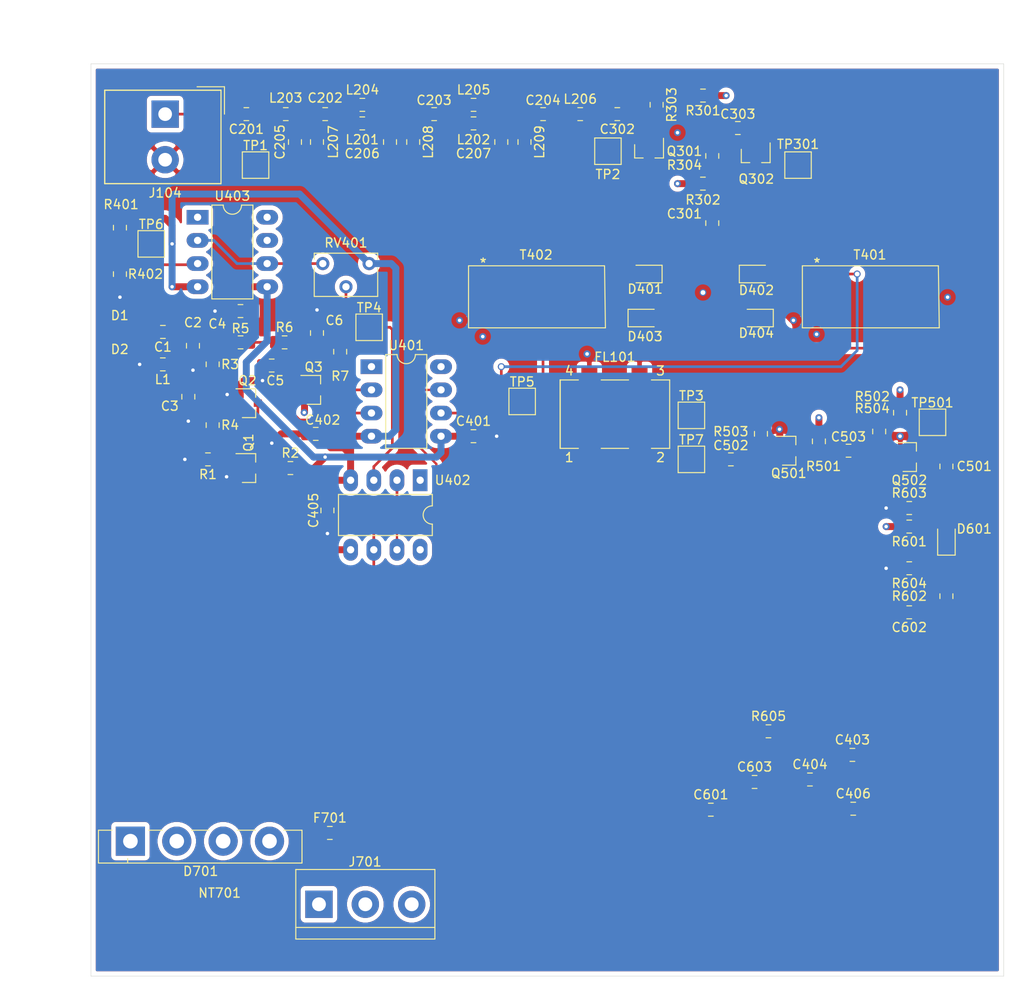
<source format=kicad_pcb>
(kicad_pcb (version 20171130) (host pcbnew "(5.1.5)-3")
  (layers (0 F.Cu signal) (1 GNDA signal) (2 +5V signal) (31 B.Cu signal) (34 B.Paste user) (35 F.Paste user) (36 B.SilkS user) (37 F.SilkS user) (38 B.Mask user) (39 F.Mask user) (44 Edge.Cuts user))
  (net 0 "")
  (net 1 "Net-(C1-Pad2)")
  (net 2 "Net-(C1-Pad1)")
  (net 3 "Net-(C2-Pad2)")
  (net 4 GND)
  (net 5 "Net-(C3-Pad2)")
  (net 6 "Net-(C4-Pad2)")
  (net 7 "Net-(C5-Pad2)")
  (net 8 "Net-(C6-Pad2)")
  (net 9 /InputBandpassFilter/RF_IN)
  (net 10 "Net-(C201-Pad1)")
  (net 11 "Net-(C202-Pad2)")
  (net 12 "Net-(C202-Pad1)")
  (net 13 "Net-(C203-Pad2)")
  (net 14 "Net-(C203-Pad1)")
  (net 15 "Net-(C204-Pad2)")
  (net 16 "Net-(C204-Pad1)")
  (net 17 GNDA)
  (net 18 "Net-(C301-Pad2)")
  (net 19 "/RF Preamp/PREAMP_OUT")
  (net 20 "/RF Preamp/RF_IN")
  (net 21 "Net-(C302-Pad1)")
  (net 22 "Net-(C303-Pad2)")
  (net 23 "Net-(C303-Pad1)")
  (net 24 +12V)
  (net 25 -12V)
  (net 26 "Net-(C501-Pad2)")
  (net 27 "/AM Demodulater/DEMOD_IN")
  (net 28 "/IF Amplifier/IF_AMP_IN")
  (net 29 "Net-(C502-Pad1)")
  (net 30 "Net-(C503-Pad2)")
  (net 31 "Net-(C503-Pad1)")
  (net 32 "/AM Demodulater/DEMOD_OUT")
  (net 33 "Net-(C601-Pad1)")
  (net 34 "Net-(C602-Pad1)")
  (net 35 "Net-(D401-Pad2)")
  (net 36 "Net-(D401-Pad1)")
  (net 37 "Net-(D402-Pad1)")
  (net 38 "Net-(D403-Pad2)")
  (net 39 "/Power Supply/DC_REC-")
  (net 40 "/Power Supply/TRANS_AC_P")
  (net 41 "/Power Supply/TRANS_AC_N")
  (net 42 "/Power Supply/DC_REC+")
  (net 43 "Net-(F701-Pad2)")
  (net 44 "Net-(F701-Pad1)")
  (net 45 /Mixer/IF_UNFILT_OUT)
  (net 46 Earth)
  (net 47 "Net-(J701-Pad2)")
  (net 48 "Net-(Q1-Pad3)")
  (net 49 "Net-(Q3-Pad3)")
  (net 50 +5V)
  (net 51 "Net-(R2-Pad2)")
  (net 52 "Net-(R401-Pad2)")
  (net 53 "Net-(RV401-Pad2)")
  (net 54 "Net-(T401-Pad2)")
  (net 55 "Net-(T401-Pad1)")
  (net 56 "Net-(T402-Pad2)")
  (net 57 "Net-(U401-Pad8)")
  (net 58 "Net-(U401-Pad1)")
  (net 59 "Net-(U402-Pad8)")
  (net 60 "Net-(U402-Pad1)")
  (net 61 "Net-(U403-Pad8)")
  (net 62 "Net-(RV401-Pad3)")
  (net 63 "Net-(U403-Pad1)")
  (module TestPoint:TestPoint_Pad_2.5x2.5mm (layer F.Cu) (at 115.786 93.358)
    (fp_text reference TP7 (at 0 -2.148) (layer F.SilkS))
    (fp_text value TP_IF_Amp_In)
    (pad 1 smd rect (at 0 0) (size 2.5 2.5) (layers F.Cu F.Mask) (net 28 "/IF Amplifier/IF_AMP_IN"))
  )
  (module TestPoint:TestPoint_Pad_2.5x2.5mm (layer F.Cu) (at 56.604 69.736)
    (fp_text reference TP6 (at 0 -2.148) (layer F.SilkS))
    (fp_text value TP_LO_Static_Divider)
    (pad 1 smd rect (at 0 0) (size 2.5 2.5) (layers F.Cu F.Mask) (net 52 "Net-(R401-Pad2)"))
  )
  (module TestPoint:TestPoint_Pad_2.5x2.5mm (layer F.Cu) (at 97.244 87.008)
    (fp_text reference TP5 (at 0 -2.148) (layer F.SilkS))
    (fp_text value TP_LO_Out)
    (pad 1 smd rect (at 0 0) (size 2.5 2.5) (layers F.Cu F.Mask) (net 55 "Net-(T401-Pad1)"))
  )
  (module TestPoint:TestPoint_Pad_2.5x2.5mm (layer F.Cu) (at 80.48 78.88)
    (fp_text reference TP4 (at 0 -2.148) (layer F.SilkS))
    (fp_text value TP_LO_Pot_Divider)
    (pad 1 smd rect (at 0 0) (size 2.5 2.5) (layers F.Cu F.Mask) (net 53 "Net-(RV401-Pad2)"))
  )
  (module TestPoint:TestPoint_Pad_2.5x2.5mm (layer F.Cu) (at 115.786 88.532)
    (fp_text reference TP3 (at 0 -2.148) (layer F.SilkS))
    (fp_text value TP_IF_Out)
    (pad 1 smd rect (at 0 0) (size 2.5 2.5) (layers F.Cu F.Mask) (net 45 /Mixer/IF_UNFILT_OUT))
  )
  (module TestPoint:TestPoint_Pad_2.5x2.5mm (layer F.Cu) (at 106.642 59.576)
    (fp_text reference TP2 (at 0 2.54) (layer F.SilkS))
    (fp_text value TP_Preamp_Out)
    (pad 1 smd rect (at 0 0) (size 2.5 2.5) (layers F.Cu F.Mask) (net 20 "/RF Preamp/RF_IN"))
  )
  (module TestPoint:TestPoint_Pad_2.5x2.5mm (layer F.Cu) (at 68.034 61.1)
    (fp_text reference TP1 (at 0 -2.148) (layer F.SilkS))
    (fp_text value TestPoint)
    (pad 1 smd rect (at 0 0) (size 2.5 2.5) (layers F.Cu F.Mask) (net 9 /InputBandpassFilter/RF_IN))
  )
  (module Resistor_SMD:R_0805_2012Metric_Pad1.15x1.40mm_HandSolder (layer F.Cu) (at 124.23 123.166)
    (fp_text reference R605 (at 0 -1.65) (layer F.SilkS))
    (fp_text value 1M)
    (pad 2 smd roundrect (at 1.025 0) (size 1.15 1.4) (layers F.Cu F.Paste F.Mask) (roundrect_rratio 0.217391) (net 4 GND))
    (pad 1 smd roundrect (at -1.025 0) (size 1.15 1.4) (layers F.Cu F.Paste F.Mask) (roundrect_rratio 0.217391) (net 32 "/AM Demodulater/DEMOD_OUT"))
  )
  (module Resistor_SMD:R_0805_2012Metric_Pad1.15x1.40mm_HandSolder (layer F.Cu) (at 139.653 105.296 180)
    (fp_text reference R604 (at 0 -1.65) (layer F.SilkS))
    (fp_text value 10k)
    (pad 2 smd roundrect (at 1.025 0 180) (size 1.15 1.4) (layers F.Cu F.Paste F.Mask) (roundrect_rratio 0.217391) (net 4 GND))
    (pad 1 smd roundrect (at -1.025 0 180) (size 1.15 1.4) (layers F.Cu F.Paste F.Mask) (roundrect_rratio 0.217391) (net 34 "Net-(C602-Pad1)"))
  )
  (module Resistor_SMD:R_0805_2012Metric_Pad1.15x1.40mm_HandSolder (layer F.Cu) (at 139.653 98.692)
    (fp_text reference R603 (at 0 -1.65) (layer F.SilkS))
    (fp_text value 33k)
    (pad 2 smd roundrect (at 1.025 0) (size 1.15 1.4) (layers F.Cu F.Paste F.Mask) (roundrect_rratio 0.217391) (net 27 "/AM Demodulater/DEMOD_IN"))
    (pad 1 smd roundrect (at -1.025 0) (size 1.15 1.4) (layers F.Cu F.Paste F.Mask) (roundrect_rratio 0.217391) (net 4 GND))
  )
  (module Resistor_SMD:R_0805_2012Metric_Pad1.15x1.40mm_HandSolder (layer F.Cu) (at 143.726 108.353 270)
    (fp_text reference R602 (at -0.009 4.064 180) (layer F.SilkS))
    (fp_text value 100k)
    (pad 2 smd roundrect (at 1.025 0 270) (size 1.15 1.4) (layers F.Cu F.Paste F.Mask) (roundrect_rratio 0.217391) (net 33 "Net-(C601-Pad1)"))
    (pad 1 smd roundrect (at -1.025 0 270) (size 1.15 1.4) (layers F.Cu F.Paste F.Mask) (roundrect_rratio 0.217391) (net 34 "Net-(C602-Pad1)"))
  )
  (module Resistor_SMD:R_0805_2012Metric_Pad1.15x1.40mm_HandSolder (layer F.Cu) (at 139.653 100.724 180)
    (fp_text reference R601 (at 0 -1.65) (layer F.SilkS))
    (fp_text value 100k)
    (pad 2 smd roundrect (at 1.025 0 180) (size 1.15 1.4) (layers F.Cu F.Paste F.Mask) (roundrect_rratio 0.217391) (net 50 +5V))
    (pad 1 smd roundrect (at -1.025 0 180) (size 1.15 1.4) (layers F.Cu F.Paste F.Mask) (roundrect_rratio 0.217391) (net 27 "/AM Demodulater/DEMOD_IN"))
  )
  (module Resistor_SMD:R_0805_2012Metric_Pad1.15x1.40mm_HandSolder (layer F.Cu) (at 136.36 90.301 270)
    (fp_text reference R504 (at -2.531 0.762 180) (layer F.SilkS))
    (fp_text value 1k)
    (pad 2 smd roundrect (at 1.025 0 270) (size 1.15 1.4) (layers F.Cu F.Paste F.Mask) (roundrect_rratio 0.217391) (net 31 "Net-(C503-Pad1)"))
    (pad 1 smd roundrect (at -1.025 0 270) (size 1.15 1.4) (layers F.Cu F.Paste F.Mask) (roundrect_rratio 0.217391) (net 26 "Net-(C501-Pad2)"))
  )
  (module Resistor_SMD:R_0805_2012Metric_Pad1.15x1.40mm_HandSolder (layer F.Cu) (at 123.406 90.555 270)
    (fp_text reference R503 (at -0.245 3.302 180) (layer F.SilkS))
    (fp_text value 1k)
    (pad 2 smd roundrect (at 1.025 0 270) (size 1.15 1.4) (layers F.Cu F.Paste F.Mask) (roundrect_rratio 0.217391) (net 29 "Net-(C502-Pad1)"))
    (pad 1 smd roundrect (at -1.025 0 270) (size 1.15 1.4) (layers F.Cu F.Paste F.Mask) (roundrect_rratio 0.217391) (net 30 "Net-(C503-Pad2)"))
  )
  (module Resistor_SMD:R_0805_2012Metric_Pad1.15x1.40mm_HandSolder (layer F.Cu) (at 138.646 88.2436 270)
    (fp_text reference R502 (at -1.769 3.048 180) (layer F.SilkS))
    (fp_text value 1k)
    (pad 2 smd roundrect (at 1.025 0 270) (size 1.15 1.4) (layers F.Cu F.Paste F.Mask) (roundrect_rratio 0.217391) (net 26 "Net-(C501-Pad2)"))
    (pad 1 smd roundrect (at -1.025 0 270) (size 1.15 1.4) (layers F.Cu F.Paste F.Mask) (roundrect_rratio 0.217391) (net 50 +5V))
  )
  (module Resistor_SMD:R_0805_2012Metric_Pad1.15x1.40mm_HandSolder (layer F.Cu) (at 129.756 91.3805 270)
    (fp_text reference R501 (at 2.7395 -0.508 180) (layer F.SilkS))
    (fp_text value 1k)
    (pad 2 smd roundrect (at 1.025 0 270) (size 1.15 1.4) (layers F.Cu F.Paste F.Mask) (roundrect_rratio 0.217391) (net 30 "Net-(C503-Pad2)"))
    (pad 1 smd roundrect (at -1.025 0 270) (size 1.15 1.4) (layers F.Cu F.Paste F.Mask) (roundrect_rratio 0.217391) (net 50 +5V))
  )
  (module Resistor_SMD:R_0805_2012Metric_Pad1.15x1.40mm_HandSolder (layer F.Cu) (at 53.175 73.047 270)
    (fp_text reference R402 (at 0 -2.794 180) (layer F.SilkS))
    (fp_text value 3.4k)
    (pad 2 smd roundrect (at 1.025 0 270) (size 1.15 1.4) (layers F.Cu F.Paste F.Mask) (roundrect_rratio 0.217391) (net 4 GND))
    (pad 1 smd roundrect (at -1.025 0 270) (size 1.15 1.4) (layers F.Cu F.Paste F.Mask) (roundrect_rratio 0.217391) (net 52 "Net-(R401-Pad2)"))
  )
  (module Resistor_SMD:R_0805_2012Metric_Pad1.15x1.40mm_HandSolder (layer F.Cu) (at 53.175 67.958 270)
    (fp_text reference R401 (at -2.54 -0.127 180) (layer F.SilkS))
    (fp_text value 10.2k)
    (pad 2 smd roundrect (at 1.025 0 270) (size 1.15 1.4) (layers F.Cu F.Paste F.Mask) (roundrect_rratio 0.217391) (net 52 "Net-(R401-Pad2)"))
    (pad 1 smd roundrect (at -1.025 0 270) (size 1.15 1.4) (layers F.Cu F.Paste F.Mask) (roundrect_rratio 0.217391) (net 25 -12V))
  )
  (module Resistor_SMD:R_0805_2012Metric_Pad1.15x1.40mm_HandSolder (layer F.Cu) (at 118.072 60.093 90)
    (fp_text reference R304 (at -1.007 -3.048 180) (layer F.SilkS))
    (fp_text value 1k)
    (pad 2 smd roundrect (at 1.025 0 90) (size 1.15 1.4) (layers F.Cu F.Paste F.Mask) (roundrect_rratio 0.217391) (net 23 "Net-(C303-Pad1)"))
    (pad 1 smd roundrect (at -1.025 0 90) (size 1.15 1.4) (layers F.Cu F.Paste F.Mask) (roundrect_rratio 0.217391) (net 18 "Net-(C301-Pad2)"))
  )
  (module Resistor_SMD:R_0805_2012Metric_Pad1.15x1.40mm_HandSolder (layer F.Cu) (at 111.976 54.487 270)
    (fp_text reference R303 (at 0 -1.65 90) (layer F.SilkS))
    (fp_text value 1k)
    (pad 2 smd roundrect (at 1.025 0 270) (size 1.15 1.4) (layers F.Cu F.Paste F.Mask) (roundrect_rratio 0.217391) (net 21 "Net-(C302-Pad1)"))
    (pad 1 smd roundrect (at -1.025 0 270) (size 1.15 1.4) (layers F.Cu F.Paste F.Mask) (roundrect_rratio 0.217391) (net 22 "Net-(C303-Pad2)"))
  )
  (module Resistor_SMD:R_0805_2012Metric_Pad1.15x1.40mm_HandSolder (layer F.Cu) (at 117.047 63.132)
    (fp_text reference R302 (at 0.009 1.778) (layer F.SilkS))
    (fp_text value 1k)
    (pad 2 smd roundrect (at 1.025 0) (size 1.15 1.4) (layers F.Cu F.Paste F.Mask) (roundrect_rratio 0.217391) (net 18 "Net-(C301-Pad2)"))
    (pad 1 smd roundrect (at -1.025 0) (size 1.15 1.4) (layers F.Cu F.Paste F.Mask) (roundrect_rratio 0.217391) (net 50 +5V))
  )
  (module Resistor_SMD:R_0805_2012Metric_Pad1.15x1.40mm_HandSolder (layer F.Cu) (at 117.056 53.48 180)
    (fp_text reference R301 (at 0 -1.65) (layer F.SilkS))
    (fp_text value 1k)
    (pad 2 smd roundrect (at 1.025 0 180) (size 1.15 1.4) (layers F.Cu F.Paste F.Mask) (roundrect_rratio 0.217391) (net 22 "Net-(C303-Pad2)"))
    (pad 1 smd roundrect (at -1.025 0 180) (size 1.15 1.4) (layers F.Cu F.Paste F.Mask) (roundrect_rratio 0.217391) (net 50 +5V))
  )
  (module Resistor_SMD:R_0805_2012Metric_Pad1.15x1.40mm_HandSolder (layer F.Cu) (at 77.305 81.556 90)
    (fp_text reference R7 (at -2.676 0 180) (layer F.SilkS))
    (fp_text value 4.7K)
    (pad 2 smd roundrect (at 1.025 0 90) (size 1.15 1.4) (layers F.Cu F.Paste F.Mask) (roundrect_rratio 0.217391) (net 8 "Net-(C6-Pad2)"))
    (pad 1 smd roundrect (at -1.025 0 90) (size 1.15 1.4) (layers F.Cu F.Paste F.Mask) (roundrect_rratio 0.217391) (net 7 "Net-(C5-Pad2)"))
  )
  (module Resistor_SMD:R_0805_2012Metric_Pad1.15x1.40mm_HandSolder (layer F.Cu) (at 71.218 80.531 180)
    (fp_text reference R6 (at 0.009 1.651) (layer F.SilkS))
    (fp_text value 4.7K)
    (pad 2 smd roundrect (at 1.025 0 180) (size 1.15 1.4) (layers F.Cu F.Paste F.Mask) (roundrect_rratio 0.217391) (net 6 "Net-(C4-Pad2)"))
    (pad 1 smd roundrect (at -1.025 0 180) (size 1.15 1.4) (layers F.Cu F.Paste F.Mask) (roundrect_rratio 0.217391) (net 8 "Net-(C6-Pad2)"))
  )
  (module Resistor_SMD:R_0805_2012Metric_Pad1.15x1.40mm_HandSolder (layer F.Cu) (at 66.392 80.531 180)
    (fp_text reference R5 (at 0.009 1.524) (layer F.SilkS))
    (fp_text value 4.7K)
    (pad 2 smd roundrect (at 1.025 0 180) (size 1.15 1.4) (layers F.Cu F.Paste F.Mask) (roundrect_rratio 0.217391) (net 3 "Net-(C2-Pad2)"))
    (pad 1 smd roundrect (at -1.025 0 180) (size 1.15 1.4) (layers F.Cu F.Paste F.Mask) (roundrect_rratio 0.217391) (net 6 "Net-(C4-Pad2)"))
  )
  (module Resistor_SMD:R_0805_2012Metric_Pad1.15x1.40mm_HandSolder (layer F.Cu) (at 63.335 89.6025 270)
    (fp_text reference R4 (at 0 -1.905 180) (layer F.SilkS))
    (fp_text value 4.7K)
    (pad 2 smd roundrect (at 1.025 0 270) (size 1.15 1.4) (layers F.Cu F.Paste F.Mask) (roundrect_rratio 0.217391) (net 2 "Net-(C1-Pad1)"))
    (pad 1 smd roundrect (at -1.025 0 270) (size 1.15 1.4) (layers F.Cu F.Paste F.Mask) (roundrect_rratio 0.217391) (net 5 "Net-(C3-Pad2)"))
  )
  (module Resistor_SMD:R_0805_2012Metric_Pad1.15x1.40mm_HandSolder (layer F.Cu) (at 63.335 82.935 270)
    (fp_text reference R3 (at 0.009 -1.905 180) (layer F.SilkS))
    (fp_text value 4.7K)
    (pad 2 smd roundrect (at 1.025 0 270) (size 1.15 1.4) (layers F.Cu F.Paste F.Mask) (roundrect_rratio 0.217391) (net 5 "Net-(C3-Pad2)"))
    (pad 1 smd roundrect (at -1.025 0 270) (size 1.15 1.4) (layers F.Cu F.Paste F.Mask) (roundrect_rratio 0.217391) (net 3 "Net-(C2-Pad2)"))
  )
  (module Resistor_SMD:R_0805_2012Metric_Pad1.15x1.40mm_HandSolder (layer F.Cu) (at 71.853 94.3105)
    (fp_text reference R2 (at 0 -1.65) (layer F.SilkS))
    (fp_text value 2.2K)
    (pad 2 smd roundrect (at 1.025 0) (size 1.15 1.4) (layers F.Cu F.Paste F.Mask) (roundrect_rratio 0.217391) (net 51 "Net-(R2-Pad2)"))
    (pad 1 smd roundrect (at -1.025 0) (size 1.15 1.4) (layers F.Cu F.Paste F.Mask) (roundrect_rratio 0.217391) (net 48 "Net-(Q1-Pad3)"))
  )
  (module Resistor_SMD:R_0805_2012Metric_Pad1.15x1.40mm_HandSolder (layer F.Cu) (at 62.818 93.358 180)
    (fp_text reference R1 (at 0 -1.65) (layer F.SilkS))
    (fp_text value 4.7K)
    (pad 2 smd roundrect (at 1.025 0 180) (size 1.15 1.4) (layers F.Cu F.Paste F.Mask) (roundrect_rratio 0.217391) (net 4 GND))
    (pad 1 smd roundrect (at -1.025 0 180) (size 1.15 1.4) (layers F.Cu F.Paste F.Mask) (roundrect_rratio 0.217391) (net 2 "Net-(C1-Pad1)"))
  )
  (module Potentiometer_THT:Potentiometer_Bourns_3266W_Vertical (layer F.Cu) (at 80.48 71.895)
    (fp_text reference RV401 (at -2.54 -2.27) (layer F.SilkS))
    (fp_text value 100k)
    (pad 3 thru_hole circle (at -5.08 0) (size 1.44 1.44) (drill 0.8) (layers *.Cu *.Mask) (net 62 "Net-(RV401-Pad3)"))
    (pad 2 thru_hole circle (at -2.54 2.54) (size 1.44 1.44) (drill 0.8) (layers *.Cu *.Mask) (net 53 "Net-(RV401-Pad2)"))
    (pad 1 thru_hole circle (at 0 0) (size 1.44 1.44) (drill 0.8) (layers *.Cu *.Mask) (net 25 -12V))
  )
  (module Package_DIP:DIP-8_W7.62mm_LongPads (layer F.Cu) (at 61.684 66.815)
    (fp_text reference U403 (at 3.81 -2.33) (layer F.SilkS))
    (fp_text value AD711)
    (pad 8 thru_hole oval (at 7.62 0) (size 2.4 1.6) (drill 0.8) (layers *.Cu *.Mask) (net 61 "Net-(U403-Pad8)"))
    (pad 4 thru_hole oval (at 0 7.62) (size 2.4 1.6) (drill 0.8) (layers *.Cu *.Mask) (net 25 -12V))
    (pad 7 thru_hole oval (at 7.62 2.54) (size 2.4 1.6) (drill 0.8) (layers *.Cu *.Mask))
    (pad 3 thru_hole oval (at 0 5.08) (size 2.4 1.6) (drill 0.8) (layers *.Cu *.Mask) (net 52 "Net-(R401-Pad2)"))
    (pad 6 thru_hole oval (at 7.62 5.08) (size 2.4 1.6) (drill 0.8) (layers *.Cu *.Mask) (net 62 "Net-(RV401-Pad3)"))
    (pad 2 thru_hole oval (at 0 2.54) (size 2.4 1.6) (drill 0.8) (layers *.Cu *.Mask) (net 62 "Net-(RV401-Pad3)"))
    (pad 5 thru_hole oval (at 7.62 7.62) (size 2.4 1.6) (drill 0.8) (layers *.Cu *.Mask) (net 24 +12V))
    (pad 1 thru_hole rect (at 0 0) (size 2.4 1.6) (drill 0.8) (layers *.Cu *.Mask) (net 63 "Net-(U403-Pad1)"))
  )
  (module Package_DIP:DIP-8_W7.62mm_LongPads (layer F.Cu) (at 86.068 95.644 270)
    (fp_text reference U402 (at 0 -3.556 180) (layer F.SilkS))
    (fp_text value AD711)
    (pad 8 thru_hole oval (at 7.62 0 270) (size 2.4 1.6) (drill 0.8) (layers *.Cu *.Mask) (net 59 "Net-(U402-Pad8)"))
    (pad 4 thru_hole oval (at 0 7.62 270) (size 2.4 1.6) (drill 0.8) (layers *.Cu *.Mask) (net 25 -12V))
    (pad 7 thru_hole oval (at 7.62 2.54 270) (size 2.4 1.6) (drill 0.8) (layers *.Cu *.Mask))
    (pad 3 thru_hole oval (at 0 5.08 270) (size 2.4 1.6) (drill 0.8) (layers *.Cu *.Mask) (net 53 "Net-(RV401-Pad2)"))
    (pad 6 thru_hole oval (at 7.62 5.08 270) (size 2.4 1.6) (drill 0.8) (layers *.Cu *.Mask) (net 51 "Net-(R2-Pad2)"))
    (pad 2 thru_hole oval (at 0 2.54 270) (size 2.4 1.6) (drill 0.8) (layers *.Cu *.Mask) (net 51 "Net-(R2-Pad2)"))
    (pad 5 thru_hole oval (at 7.62 7.62 270) (size 2.4 1.6) (drill 0.8) (layers *.Cu *.Mask) (net 24 +12V))
    (pad 1 thru_hole rect (at 0 0 270) (size 2.4 1.6) (drill 0.8) (layers *.Cu *.Mask) (net 60 "Net-(U402-Pad1)"))
  )
  (module Package_DIP:DIP-8_W7.62mm_LongPads (layer F.Cu) (at 80.734 83.198)
    (fp_text reference U401 (at 3.81 -2.33) (layer F.SilkS))
    (fp_text value AD711)
    (pad 8 thru_hole oval (at 7.62 0) (size 2.4 1.6) (drill 0.8) (layers *.Cu *.Mask) (net 57 "Net-(U401-Pad8)"))
    (pad 4 thru_hole oval (at 0 7.62) (size 2.4 1.6) (drill 0.8) (layers *.Cu *.Mask) (net 25 -12V))
    (pad 7 thru_hole oval (at 7.62 2.54) (size 2.4 1.6) (drill 0.8) (layers *.Cu *.Mask))
    (pad 3 thru_hole oval (at 0 5.08) (size 2.4 1.6) (drill 0.8) (layers *.Cu *.Mask) (net 7 "Net-(C5-Pad2)"))
    (pad 6 thru_hole oval (at 7.62 5.08) (size 2.4 1.6) (drill 0.8) (layers *.Cu *.Mask) (net 55 "Net-(T401-Pad1)"))
    (pad 2 thru_hole oval (at 0 2.54) (size 2.4 1.6) (drill 0.8) (layers *.Cu *.Mask) (net 49 "Net-(Q3-Pad3)"))
    (pad 5 thru_hole oval (at 7.62 7.62) (size 2.4 1.6) (drill 0.8) (layers *.Cu *.Mask) (net 24 +12V))
    (pad 1 thru_hole rect (at 0 0) (size 2.4 1.6) (drill 0.8) (layers *.Cu *.Mask) (net 58 "Net-(U401-Pad1)"))
  )
  (module TestPoint:TestPoint_Pad_2.5x2.5mm (layer F.Cu) (at 142.202 89.294)
    (fp_text reference TP501 (at 0 -2.148) (layer F.SilkS))
    (fp_text value TP_IF_Amp_Out)
    (pad 1 smd rect (at 0 0) (size 2.5 2.5) (layers F.Cu F.Mask) (net 26 "Net-(C501-Pad2)"))
  )
  (module TestPoint:TestPoint_Pad_2.5x2.5mm (layer F.Cu) (at 127.47 61.1)
    (fp_text reference TP301 (at 0 -2.286) (layer F.SilkS))
    (fp_text value TP_Preamp_Out)
    (pad 1 smd rect (at 0 0) (size 2.5 2.5) (layers F.Cu F.Mask) (net 18 "Net-(C301-Pad2)"))
  )
  (module footprints:SWB2010-1-SM (layer F.Cu) (at 98.768 73.038)
    (fp_text reference T402 (at 0 -2.1) (layer F.SilkS))
    (fp_text value SWB2010-1-SM)
    (fp_text user * (at -5.8 -1.2) (layer F.SilkS))
    (pad 5 smd rect (at 5.82 2.54) (size 2.6 0.75) (layers F.Cu F.Paste F.Mask) (net 45 /Mixer/IF_UNFILT_OUT))
    (pad 6 smd rect (at 5.82 5.08) (size 2.6 0.75) (layers F.Cu F.Paste F.Mask) (net 37 "Net-(D402-Pad1)"))
    (pad 3 smd rect (at -5.825 5.08) (size 2.6 0.75) (layers F.Cu F.Paste F.Mask) (net 17 GNDA))
    (pad 2 smd rect (at -5.825 2.54) (size 2.6 0.75) (layers F.Cu F.Paste F.Mask) (net 56 "Net-(T402-Pad2)"))
    (pad 4 smd rect (at 5.825 0) (size 2.6 0.75) (layers F.Cu F.Paste F.Mask) (net 35 "Net-(D401-Pad2)"))
    (pad 1 smd rect (at -5.825 0) (size 2.6 0.75) (layers F.Cu F.Paste F.Mask) (net 19 "/RF Preamp/PREAMP_OUT"))
  )
  (module footprints:SWB2010-1-SM (layer F.Cu) (at 135.344 73.038)
    (fp_text reference T401 (at 0 -2.1) (layer F.SilkS))
    (fp_text value SWB2010-1-SM)
    (fp_text user * (at -5.8 -1.2) (layer F.SilkS))
    (pad 5 smd rect (at 5.82 2.54) (size 2.6 0.75) (layers F.Cu F.Paste F.Mask) (net 17 GNDA))
    (pad 6 smd rect (at 5.82 5.08) (size 2.6 0.75) (layers F.Cu F.Paste F.Mask) (net 38 "Net-(D403-Pad2)"))
    (pad 3 smd rect (at -5.825 5.08) (size 2.6 0.75) (layers F.Cu F.Paste F.Mask) (net 17 GNDA))
    (pad 2 smd rect (at -5.825 2.54) (size 2.6 0.75) (layers F.Cu F.Paste F.Mask) (net 54 "Net-(T401-Pad2)"))
    (pad 4 smd rect (at 5.825 0) (size 2.6 0.75) (layers F.Cu F.Paste F.Mask) (net 36 "Net-(D401-Pad1)"))
    (pad 1 smd rect (at -5.825 0) (size 2.6 0.75) (layers F.Cu F.Paste F.Mask) (net 55 "Net-(T401-Pad1)"))
  )
  (module Package_TO_SOT_SMD:SOT-23 (layer F.Cu) (at 139.678 93.104)
    (fp_text reference Q502 (at -0.016 2.54) (layer F.SilkS))
    (fp_text value 2N2222)
    (pad 3 smd rect (at 1 0) (size 0.9 0.8) (layers F.Cu F.Paste F.Mask) (net 26 "Net-(C501-Pad2)"))
    (pad 2 smd rect (at -1 0.95) (size 0.9 0.8) (layers F.Cu F.Paste F.Mask) (net 31 "Net-(C503-Pad1)"))
    (pad 1 smd rect (at -1 -0.95) (size 0.9 0.8) (layers F.Cu F.Paste F.Mask) (net 17 GNDA))
  )
  (module Package_TO_SOT_SMD:SOT-23 (layer F.Cu) (at 126.47 92.408)
    (fp_text reference Q501 (at -0.016 2.474) (layer F.SilkS))
    (fp_text value 2N2222)
    (pad 3 smd rect (at 1 0) (size 0.9 0.8) (layers F.Cu F.Paste F.Mask) (net 30 "Net-(C503-Pad2)"))
    (pad 2 smd rect (at -1 0.95) (size 0.9 0.8) (layers F.Cu F.Paste F.Mask) (net 29 "Net-(C502-Pad1)"))
    (pad 1 smd rect (at -1 -0.95) (size 0.9 0.8) (layers F.Cu F.Paste F.Mask) (net 17 GNDA))
  )
  (module Package_TO_SOT_SMD:SOT-23 (layer F.Cu) (at 122.832 60.068 270)
    (fp_text reference Q302 (at 2.556 -0.066 180) (layer F.SilkS))
    (fp_text value 2N2222)
    (pad 3 smd rect (at 1 0 270) (size 0.9 0.8) (layers F.Cu F.Paste F.Mask) (net 18 "Net-(C301-Pad2)"))
    (pad 2 smd rect (at -1 0.95 270) (size 0.9 0.8) (layers F.Cu F.Paste F.Mask) (net 23 "Net-(C303-Pad1)"))
    (pad 1 smd rect (at -1 -0.95 270) (size 0.9 0.8) (layers F.Cu F.Paste F.Mask) (net 17 GNDA))
  )
  (module Package_TO_SOT_SMD:SOT-23 (layer F.Cu) (at 111.148 59.56 270)
    (fp_text reference Q301 (at 0.016 -3.876 180) (layer F.SilkS))
    (fp_text value 2N2222)
    (pad 3 smd rect (at 1 0 270) (size 0.9 0.8) (layers F.Cu F.Paste F.Mask) (net 22 "Net-(C303-Pad2)"))
    (pad 2 smd rect (at -1 0.95 270) (size 0.9 0.8) (layers F.Cu F.Paste F.Mask) (net 21 "Net-(C302-Pad1)"))
    (pad 1 smd rect (at -1 -0.95 270) (size 0.9 0.8) (layers F.Cu F.Paste F.Mask) (net 17 GNDA))
  )
  (module Package_TO_SOT_SMD:SOT-23 (layer F.Cu) (at 74.4 85.738)
    (fp_text reference Q3 (at 0 -2.5) (layer F.SilkS))
    (fp_text value 2N2222)
    (pad 3 smd rect (at 1 0) (size 0.9 0.8) (layers F.Cu F.Paste F.Mask) (net 49 "Net-(Q3-Pad3)"))
    (pad 2 smd rect (at -1 0.95) (size 0.9 0.8) (layers F.Cu F.Paste F.Mask) (net 50 +5V))
    (pad 1 smd rect (at -1 -0.95) (size 0.9 0.8) (layers F.Cu F.Paste F.Mask) (net 7 "Net-(C5-Pad2)"))
  )
  (module Package_TO_SOT_SMD:SOT-23 (layer F.Cu) (at 67.288 87.1985)
    (fp_text reference Q2 (at -0.143 -2.4765) (layer F.SilkS))
    (fp_text value 2N2222)
    (pad 3 smd rect (at 1 0) (size 0.9 0.8) (layers F.Cu F.Paste F.Mask) (net 48 "Net-(Q1-Pad3)"))
    (pad 2 smd rect (at -1 0.95) (size 0.9 0.8) (layers F.Cu F.Paste F.Mask) (net 2 "Net-(C1-Pad1)"))
    (pad 1 smd rect (at -1 -0.95) (size 0.9 0.8) (layers F.Cu F.Paste F.Mask) (net 4 GND))
  )
  (module Package_TO_SOT_SMD:SOT-23 (layer F.Cu) (at 67.288 94.3105)
    (fp_text reference Q1 (at -0.016 -2.794 270) (layer F.SilkS))
    (fp_text value 2N2222)
    (pad 3 smd rect (at 1 0) (size 0.9 0.8) (layers F.Cu F.Paste F.Mask) (net 48 "Net-(Q1-Pad3)"))
    (pad 2 smd rect (at -1 0.95) (size 0.9 0.8) (layers F.Cu F.Paste F.Mask) (net 4 GND))
    (pad 1 smd rect (at -1 -0.95) (size 0.9 0.8) (layers F.Cu F.Paste F.Mask) (net 2 "Net-(C1-Pad1)"))
  )
  (module NetTie:NetTie-3_SMD_Pad2.0mm (layer F.Cu) (at 64.097 142.888)
    (fp_text reference NT701 (at 0 -2) (layer F.SilkS))
    (fp_text value Net-Tie_3)
    (fp_poly (pts (xy -4 -1) (xy 4 -1) (xy 4 1) (xy -4 1)) (layer F.Cu) (width 0))
    (pad 3 smd circle (at 4 0) (size 2 2) (layers F.Cu) (net 17 GNDA))
    (pad 2 smd circle (at 0 0) (size 2 2) (layers F.Cu) (net 4 GND))
    (pad 1 smd circle (at -4 0) (size 2 2) (layers F.Cu) (net 46 Earth))
  )
  (module Inductor_SMD:L_0805_2012Metric_Pad1.15x1.40mm_HandSolder (layer F.Cu) (at 97.498 58.569 270)
    (fp_text reference L209 (at 0 -1.65 90) (layer F.SilkS))
    (fp_text value 10µH)
    (pad 2 smd roundrect (at 1.025 0 270) (size 1.15 1.4) (layers F.Cu F.Paste F.Mask) (roundrect_rratio 0.217391) (net 17 GNDA))
    (pad 1 smd roundrect (at -1.025 0 270) (size 1.15 1.4) (layers F.Cu F.Paste F.Mask) (roundrect_rratio 0.217391) (net 15 "Net-(C204-Pad2)"))
  )
  (module Inductor_SMD:L_0805_2012Metric_Pad1.15x1.40mm_HandSolder (layer F.Cu) (at 85.306 58.569 270)
    (fp_text reference L208 (at 0 -1.65 90) (layer F.SilkS))
    (fp_text value 10µH)
    (pad 2 smd roundrect (at 1.025 0 270) (size 1.15 1.4) (layers F.Cu F.Paste F.Mask) (roundrect_rratio 0.217391) (net 17 GNDA))
    (pad 1 smd roundrect (at -1.025 0 270) (size 1.15 1.4) (layers F.Cu F.Paste F.Mask) (roundrect_rratio 0.217391) (net 13 "Net-(C203-Pad2)"))
  )
  (module Inductor_SMD:L_0805_2012Metric_Pad1.15x1.40mm_HandSolder (layer F.Cu) (at 74.765 58.569 270)
    (fp_text reference L207 (at -0.009 -1.778 90) (layer F.SilkS))
    (fp_text value 10µH)
    (pad 2 smd roundrect (at 1.025 0 270) (size 1.15 1.4) (layers F.Cu F.Paste F.Mask) (roundrect_rratio 0.217391) (net 17 GNDA))
    (pad 1 smd roundrect (at -1.025 0 270) (size 1.15 1.4) (layers F.Cu F.Paste F.Mask) (roundrect_rratio 0.217391) (net 11 "Net-(C202-Pad2)"))
  )
  (module Inductor_SMD:L_0805_2012Metric_Pad1.15x1.40mm_HandSolder (layer F.Cu) (at 103.603 55.512)
    (fp_text reference L206 (at 0 -1.65) (layer F.SilkS))
    (fp_text value 6.8µH)
    (pad 2 smd roundrect (at 1.025 0) (size 1.15 1.4) (layers F.Cu F.Paste F.Mask) (roundrect_rratio 0.217391) (net 20 "/RF Preamp/RF_IN"))
    (pad 1 smd roundrect (at -1.025 0) (size 1.15 1.4) (layers F.Cu F.Paste F.Mask) (roundrect_rratio 0.217391) (net 16 "Net-(C204-Pad1)"))
  )
  (module Inductor_SMD:L_0805_2012Metric_Pad1.15x1.40mm_HandSolder (layer F.Cu) (at 91.919 54.496)
    (fp_text reference L205 (at 0 -1.65) (layer F.SilkS))
    (fp_text value 22µH)
    (pad 2 smd roundrect (at 1.025 0) (size 1.15 1.4) (layers F.Cu F.Paste F.Mask) (roundrect_rratio 0.217391) (net 15 "Net-(C204-Pad2)"))
    (pad 1 smd roundrect (at -1.025 0) (size 1.15 1.4) (layers F.Cu F.Paste F.Mask) (roundrect_rratio 0.217391) (net 14 "Net-(C203-Pad1)"))
  )
  (module Inductor_SMD:L_0805_2012Metric_Pad1.15x1.40mm_HandSolder (layer F.Cu) (at 79.7344 54.496)
    (fp_text reference L204 (at 0 -1.65) (layer F.SilkS))
    (fp_text value 22µH)
    (pad 2 smd roundrect (at 1.025 0) (size 1.15 1.4) (layers F.Cu F.Paste F.Mask) (roundrect_rratio 0.217391) (net 13 "Net-(C203-Pad2)"))
    (pad 1 smd roundrect (at -1.025 0) (size 1.15 1.4) (layers F.Cu F.Paste F.Mask) (roundrect_rratio 0.217391) (net 12 "Net-(C202-Pad1)"))
  )
  (module Inductor_SMD:L_0805_2012Metric_Pad1.15x1.40mm_HandSolder (layer F.Cu) (at 71.345 55.512)
    (fp_text reference L203 (at -0.009 -1.778) (layer F.SilkS))
    (fp_text value 6.8µH)
    (pad 2 smd roundrect (at 1.025 0) (size 1.15 1.4) (layers F.Cu F.Paste F.Mask) (roundrect_rratio 0.217391) (net 11 "Net-(C202-Pad2)"))
    (pad 1 smd roundrect (at -1.025 0) (size 1.15 1.4) (layers F.Cu F.Paste F.Mask) (roundrect_rratio 0.217391) (net 10 "Net-(C201-Pad1)"))
  )
  (module Inductor_SMD:L_0805_2012Metric_Pad1.15x1.40mm_HandSolder (layer F.Cu) (at 91.919 56.528)
    (fp_text reference L202 (at -0.009 1.778) (layer F.SilkS))
    (fp_text value 22µH)
    (pad 2 smd roundrect (at 1.025 0) (size 1.15 1.4) (layers F.Cu F.Paste F.Mask) (roundrect_rratio 0.217391) (net 15 "Net-(C204-Pad2)"))
    (pad 1 smd roundrect (at -1.025 0) (size 1.15 1.4) (layers F.Cu F.Paste F.Mask) (roundrect_rratio 0.217391) (net 14 "Net-(C203-Pad1)"))
  )
  (module Inductor_SMD:L_0805_2012Metric_Pad1.15x1.40mm_HandSolder (layer F.Cu) (at 79.727 56.528)
    (fp_text reference L201 (at -0.009 1.778) (layer F.SilkS))
    (fp_text value 22µH)
    (pad 2 smd roundrect (at 1.025 0) (size 1.15 1.4) (layers F.Cu F.Paste F.Mask) (roundrect_rratio 0.217391) (net 13 "Net-(C203-Pad2)"))
    (pad 1 smd roundrect (at -1.025 0) (size 1.15 1.4) (layers F.Cu F.Paste F.Mask) (roundrect_rratio 0.217391) (net 12 "Net-(C202-Pad1)"))
  )
  (module Inductor_SMD:L_0805_2012Metric_Pad1.15x1.40mm_HandSolder (layer F.Cu) (at 57.874 82.944 180)
    (fp_text reference L1 (at 0 -1.65) (layer F.SilkS))
    (fp_text value 24uH)
    (pad 2 smd roundrect (at 1.025 0 180) (size 1.15 1.4) (layers F.Cu F.Paste F.Mask) (roundrect_rratio 0.217391) (net 4 GND))
    (pad 1 smd roundrect (at -1.025 0 180) (size 1.15 1.4) (layers F.Cu F.Paste F.Mask) (roundrect_rratio 0.217391) (net 2 "Net-(C1-Pad1)"))
  )
  (module TerminalBlock:TerminalBlock_bornier-3_P5.08mm (layer F.Cu) (at 74.982 142.126)
    (fp_text reference J701 (at 5.05 -4.65) (layer F.SilkS))
    (fp_text value Conn_WallPlug_Earth)
    (pad 3 thru_hole circle (at 10.16 0) (size 3 3) (drill 1.52) (layers *.Cu *.Mask) (net 46 Earth))
    (pad 2 thru_hole circle (at 5.08 0) (size 3 3) (drill 1.52) (layers *.Cu *.Mask) (net 47 "Net-(J701-Pad2)"))
    (pad 1 thru_hole rect (at 0 0) (size 3 3) (drill 1.52) (layers *.Cu *.Mask) (net 43 "Net-(F701-Pad2)"))
  )
  (module TerminalBlock_Altech:Altech_AK300_1x02_P5.00mm_45-Degree (layer F.Cu) (at 58.128 55.512 270)
    (fp_text reference J104 (at 8.636 0 180) (layer F.SilkS))
    (fp_text value "Antenna Input")
    (pad 2 thru_hole circle (at 5 0 270) (size 3 3) (drill 1.5) (layers *.Cu *.Mask) (net 17 GNDA))
    (pad 1 thru_hole rect (at 0 0 270) (size 3 3) (drill 1.5) (layers *.Cu *.Mask) (net 9 /InputBandpassFilter/RF_IN))
  )
  (module footprints:LTC455-W (layer F.Cu) (at 107.404 88.151)
    (fp_text reference FL101 (at 0 -6) (layer F.SilkS))
    (fp_text value LTC455-W)
    (fp_text user 3 (at 5 -4.5) (layer F.SilkS))
    (fp_text user 4 (at -5 -4.5) (layer F.SilkS))
    (fp_text user 2 (at 5 5) (layer F.SilkS))
    (fp_text user 1 (at -5 5) (layer F.SilkS))
    (pad 4 smd rect (at -2.8 -3.5) (size 1.75 3) (layers F.Cu F.Paste F.Mask) (net 17 GNDA))
    (pad 3 smd rect (at 2.7 -3.5) (size 1.75 3) (layers F.Cu F.Paste F.Mask) (net 17 GNDA))
    (pad 2 smd rect (at 2.7 4) (size 1.75 3) (layers F.Cu F.Paste F.Mask) (net 28 "/IF Amplifier/IF_AMP_IN"))
    (pad 1 smd rect (at -2.8 4) (size 1.75 3) (layers F.Cu F.Paste F.Mask) (net 45 /Mixer/IF_UNFILT_OUT))
  )
  (module Fuse:Fuse_0805_2012Metric_Pad1.15x1.40mm_HandSolder (layer F.Cu) (at 76.172 134.308)
    (fp_text reference F701 (at 0 -1.65) (layer F.SilkS))
    (fp_text value Fuse)
    (pad 2 smd roundrect (at 1.025 0) (size 1.15 1.4) (layers F.Cu F.Paste F.Mask) (roundrect_rratio 0.217391) (net 43 "Net-(F701-Pad2)"))
    (pad 1 smd roundrect (at -1.025 0) (size 1.15 1.4) (layers F.Cu F.Paste F.Mask) (roundrect_rratio 0.217391) (net 44 "Net-(F701-Pad1)"))
  )
  (module Diode_THT:Diode_Bridge_Vishay_GBU (layer F.Cu) (at 54.322 135.208)
    (fp_text reference D701 (at 7.7 3.3 180) (layer F.SilkS))
    (fp_text value GBU606)
    (pad 1 thru_hole rect (at 0 0) (size 3.2 3.2) (drill 1.6) (layers *.Cu *.Mask) (net 39 "/Power Supply/DC_REC-"))
    (pad 2 thru_hole circle (at 5.08 0) (size 3.2 3.2) (drill 1.6) (layers *.Cu *.Mask) (net 40 "/Power Supply/TRANS_AC_P"))
    (pad 3 thru_hole circle (at 10.16 0) (size 3.2 3.2) (drill 1.6) (layers *.Cu *.Mask) (net 41 "/Power Supply/TRANS_AC_N"))
    (pad 4 thru_hole circle (at 15.24 0) (size 3.2 3.2) (drill 1.6) (layers *.Cu *.Mask) (net 42 "/Power Supply/DC_REC+"))
  )
  (module Diode_SMD:D_0805_2012Metric_Pad1.15x1.40mm_HandSolder (layer F.Cu) (at 143.726 101.994 90)
    (fp_text reference D601 (at 1.016 3.048 180) (layer F.SilkS))
    (fp_text value D)
    (pad 2 smd roundrect (at 1.025 0 90) (size 1.15 1.4) (layers F.Cu F.Paste F.Mask) (roundrect_rratio 0.217391) (net 27 "/AM Demodulater/DEMOD_IN"))
    (pad 1 smd roundrect (at -1.025 0 90) (size 1.15 1.4) (layers F.Cu F.Paste F.Mask) (roundrect_rratio 0.217391) (net 34 "Net-(C602-Pad1)"))
  )
  (module Diode_SMD:D_0805_2012Metric_Pad1.15x1.40mm_HandSolder (layer F.Cu) (at 122.898 77.864 180)
    (fp_text reference D404 (at 0 -1.65) (layer F.SilkS))
    (fp_text value D)
    (pad 2 smd roundrect (at 1.025 0 180) (size 1.15 1.4) (layers F.Cu F.Paste F.Mask) (roundrect_rratio 0.217391) (net 37 "Net-(D402-Pad1)"))
    (pad 1 smd roundrect (at -1.025 0 180) (size 1.15 1.4) (layers F.Cu F.Paste F.Mask) (roundrect_rratio 0.217391) (net 38 "Net-(D403-Pad2)"))
  )
  (module Diode_SMD:D_0805_2012Metric_Pad1.15x1.40mm_HandSolder (layer F.Cu) (at 110.706 77.864)
    (fp_text reference D403 (at 0 2.032) (layer F.SilkS))
    (fp_text value D)
    (pad 2 smd roundrect (at 1.025 0) (size 1.15 1.4) (layers F.Cu F.Paste F.Mask) (roundrect_rratio 0.217391) (net 38 "Net-(D403-Pad2)"))
    (pad 1 smd roundrect (at -1.025 0) (size 1.15 1.4) (layers F.Cu F.Paste F.Mask) (roundrect_rratio 0.217391) (net 35 "Net-(D401-Pad2)"))
  )
  (module Diode_SMD:D_0805_2012Metric_Pad1.15x1.40mm_HandSolder (layer F.Cu) (at 122.898 73.038)
    (fp_text reference D402 (at 0.009 1.778) (layer F.SilkS))
    (fp_text value D)
    (pad 2 smd roundrect (at 1.025 0) (size 1.15 1.4) (layers F.Cu F.Paste F.Mask) (roundrect_rratio 0.217391) (net 36 "Net-(D401-Pad1)"))
    (pad 1 smd roundrect (at -1.025 0) (size 1.15 1.4) (layers F.Cu F.Paste F.Mask) (roundrect_rratio 0.217391) (net 37 "Net-(D402-Pad1)"))
  )
  (module Diode_SMD:D_0805_2012Metric_Pad1.15x1.40mm_HandSolder (layer F.Cu) (at 110.715 73.038 180)
    (fp_text reference D401 (at 0 -1.65) (layer F.SilkS))
    (fp_text value D)
    (pad 2 smd roundrect (at 1.025 0 180) (size 1.15 1.4) (layers F.Cu F.Paste F.Mask) (roundrect_rratio 0.217391) (net 35 "Net-(D401-Pad2)"))
    (pad 1 smd roundrect (at -1.025 0 180) (size 1.15 1.4) (layers F.Cu F.Paste F.Mask) (roundrect_rratio 0.217391) (net 36 "Net-(D401-Pad1)"))
  )
  (module Capacitor_SMD:C_0402_1005Metric (layer F.Cu) (at 53.152 80.023)
    (fp_text reference D2 (at 0 1.27) (layer F.SilkS))
    (fp_text value MV2201)
    (pad 2 smd roundrect (at 0.485 0) (size 0.59 0.64) (layers F.Cu F.Paste F.Mask) (net 1 "Net-(C1-Pad2)"))
    (pad 1 smd roundrect (at -0.485 0) (size 0.59 0.64) (layers F.Cu F.Paste F.Mask) (net 24 +12V))
  )
  (module Capacitor_SMD:C_0402_1005Metric (layer F.Cu) (at 53.152 78.753)
    (fp_text reference D1 (at 0 -1.17) (layer F.SilkS))
    (fp_text value MV2201)
    (pad 2 smd roundrect (at 0.485 0) (size 0.59 0.64) (layers F.Cu F.Paste F.Mask) (net 1 "Net-(C1-Pad2)"))
    (pad 1 smd roundrect (at -0.485 0) (size 0.59 0.64) (layers F.Cu F.Paste F.Mask) (net 24 +12V))
  )
  (module Capacitor_SMD:C_0805_2012Metric_Pad1.15x1.40mm_HandSolder (layer F.Cu) (at 122.708 128.718)
    (fp_text reference C603 (at 0 -1.65) (layer F.SilkS))
    (fp_text value 1nF)
    (pad 2 smd roundrect (at 1.025 0) (size 1.15 1.4) (layers F.Cu F.Paste F.Mask) (roundrect_rratio 0.217391) (net 4 GND))
    (pad 1 smd roundrect (at -1.025 0) (size 1.15 1.4) (layers F.Cu F.Paste F.Mask) (roundrect_rratio 0.217391) (net 33 "Net-(C601-Pad1)"))
  )
  (module Capacitor_SMD:C_0805_2012Metric_Pad1.15x1.40mm_HandSolder (layer F.Cu) (at 139.653 110.122 180)
    (fp_text reference C602 (at 0 -1.65) (layer F.SilkS))
    (fp_text value 2.2nF)
    (pad 2 smd roundrect (at 1.025 0 180) (size 1.15 1.4) (layers F.Cu F.Paste F.Mask) (roundrect_rratio 0.217391) (net 4 GND))
    (pad 1 smd roundrect (at -1.025 0 180) (size 1.15 1.4) (layers F.Cu F.Paste F.Mask) (roundrect_rratio 0.217391) (net 34 "Net-(C602-Pad1)"))
  )
  (module Capacitor_SMD:C_0805_2012Metric_Pad1.15x1.40mm_HandSolder (layer F.Cu) (at 117.918 131.758)
    (fp_text reference C601 (at 0 -1.65) (layer F.SilkS))
    (fp_text value 1nF)
    (pad 2 smd roundrect (at 1.025 0) (size 1.15 1.4) (layers F.Cu F.Paste F.Mask) (roundrect_rratio 0.217391) (net 32 "/AM Demodulater/DEMOD_OUT"))
    (pad 1 smd roundrect (at -1.025 0) (size 1.15 1.4) (layers F.Cu F.Paste F.Mask) (roundrect_rratio 0.217391) (net 33 "Net-(C601-Pad1)"))
  )
  (module Capacitor_SMD:C_0805_2012Metric_Pad1.15x1.40mm_HandSolder (layer F.Cu) (at 133.0035 92.4055 180)
    (fp_text reference C503 (at 0.009 1.524) (layer F.SilkS))
    (fp_text value 100nF)
    (pad 2 smd roundrect (at 1.025 0 180) (size 1.15 1.4) (layers F.Cu F.Paste F.Mask) (roundrect_rratio 0.217391) (net 30 "Net-(C503-Pad2)"))
    (pad 1 smd roundrect (at -1.025 0 180) (size 1.15 1.4) (layers F.Cu F.Paste F.Mask) (roundrect_rratio 0.217391) (net 31 "Net-(C503-Pad1)"))
  )
  (module Capacitor_SMD:C_0805_2012Metric_Pad1.15x1.40mm_HandSolder (layer F.Cu) (at 120.113 93.358 180)
    (fp_text reference C502 (at 0 1.524) (layer F.SilkS))
    (fp_text value 100nF)
    (pad 2 smd roundrect (at 1.025 0 180) (size 1.15 1.4) (layers F.Cu F.Paste F.Mask) (roundrect_rratio 0.217391) (net 28 "/IF Amplifier/IF_AMP_IN"))
    (pad 1 smd roundrect (at -1.025 0 180) (size 1.15 1.4) (layers F.Cu F.Paste F.Mask) (roundrect_rratio 0.217391) (net 29 "Net-(C502-Pad1)"))
  )
  (module Capacitor_SMD:C_0805_2012Metric_Pad1.15x1.40mm_HandSolder (layer F.Cu) (at 143.726 94.129 90)
    (fp_text reference C501 (at 0.009 3.048 180) (layer F.SilkS))
    (fp_text value 100nF)
    (pad 2 smd roundrect (at 1.025 0 90) (size 1.15 1.4) (layers F.Cu F.Paste F.Mask) (roundrect_rratio 0.217391) (net 26 "Net-(C501-Pad2)"))
    (pad 1 smd roundrect (at -1.025 0 90) (size 1.15 1.4) (layers F.Cu F.Paste F.Mask) (roundrect_rratio 0.217391) (net 27 "/AM Demodulater/DEMOD_IN"))
  )
  (module Capacitor_SMD:C_0805_2012Metric_Pad1.15x1.40mm_HandSolder (layer F.Cu) (at 133.516 131.652)
    (fp_text reference C406 (at 0 -1.65) (layer F.SilkS))
    (fp_text value 0.1uF)
    (pad 2 smd roundrect (at 1.025 0) (size 1.15 1.4) (layers F.Cu F.Paste F.Mask) (roundrect_rratio 0.217391) (net 4 GND))
    (pad 1 smd roundrect (at -1.025 0) (size 1.15 1.4) (layers F.Cu F.Paste F.Mask) (roundrect_rratio 0.217391) (net 25 -12V))
  )
  (module Capacitor_SMD:C_0805_2012Metric_Pad1.15x1.40mm_HandSolder (layer F.Cu) (at 75.908 98.955 270)
    (fp_text reference C405 (at 0 1.524 90) (layer F.SilkS))
    (fp_text value 0.1uF)
    (pad 2 smd roundrect (at 1.025 0 270) (size 1.15 1.4) (layers F.Cu F.Paste F.Mask) (roundrect_rratio 0.217391) (net 4 GND))
    (pad 1 smd roundrect (at -1.025 0 270) (size 1.15 1.4) (layers F.Cu F.Paste F.Mask) (roundrect_rratio 0.217391) (net 25 -12V))
  )
  (module Capacitor_SMD:C_0805_2012Metric_Pad1.15x1.40mm_HandSolder (layer F.Cu) (at 128.774 128.448)
    (fp_text reference C404 (at 0 -1.65) (layer F.SilkS))
    (fp_text value 0.1uF)
    (pad 2 smd roundrect (at 1.025 0) (size 1.15 1.4) (layers F.Cu F.Paste F.Mask) (roundrect_rratio 0.217391) (net 4 GND))
    (pad 1 smd roundrect (at -1.025 0) (size 1.15 1.4) (layers F.Cu F.Paste F.Mask) (roundrect_rratio 0.217391) (net 24 +12V))
  )
  (module Capacitor_SMD:C_0805_2012Metric_Pad1.15x1.40mm_HandSolder (layer F.Cu) (at 133.426 125.752)
    (fp_text reference C403 (at 0 -1.65) (layer F.SilkS))
    (fp_text value 0.1uF)
    (pad 2 smd roundrect (at 1.025 0) (size 1.15 1.4) (layers F.Cu F.Paste F.Mask) (roundrect_rratio 0.217391) (net 4 GND))
    (pad 1 smd roundrect (at -1.025 0) (size 1.15 1.4) (layers F.Cu F.Paste F.Mask) (roundrect_rratio 0.217391) (net 24 +12V))
  )
  (module Capacitor_SMD:C_0805_2012Metric_Pad1.15x1.40mm_HandSolder (layer F.Cu) (at 74.629 90.564 180)
    (fp_text reference C402 (at -0.762 1.524) (layer F.SilkS))
    (fp_text value 0.1uF)
    (pad 2 smd roundrect (at 1.025 0 180) (size 1.15 1.4) (layers F.Cu F.Paste F.Mask) (roundrect_rratio 0.217391) (net 4 GND))
    (pad 1 smd roundrect (at -1.025 0 180) (size 1.15 1.4) (layers F.Cu F.Paste F.Mask) (roundrect_rratio 0.217391) (net 25 -12V))
  )
  (module Capacitor_SMD:C_0805_2012Metric_Pad1.15x1.40mm_HandSolder (layer F.Cu) (at 91.91 90.818)
    (fp_text reference C401 (at 0 -1.65) (layer F.SilkS))
    (fp_text value 0.1uF)
    (pad 2 smd roundrect (at 1.025 0) (size 1.15 1.4) (layers F.Cu F.Paste F.Mask) (roundrect_rratio 0.217391) (net 4 GND))
    (pad 1 smd roundrect (at -1.025 0) (size 1.15 1.4) (layers F.Cu F.Paste F.Mask) (roundrect_rratio 0.217391) (net 24 +12V))
  )
  (module Capacitor_SMD:C_0805_2012Metric_Pad1.15x1.40mm_HandSolder (layer F.Cu) (at 120.875 57.036 180)
    (fp_text reference C303 (at 0 1.524) (layer F.SilkS))
    (fp_text value 100nF)
    (pad 2 smd roundrect (at 1.025 0 180) (size 1.15 1.4) (layers F.Cu F.Paste F.Mask) (roundrect_rratio 0.217391) (net 22 "Net-(C303-Pad2)"))
    (pad 1 smd roundrect (at -1.025 0 180) (size 1.15 1.4) (layers F.Cu F.Paste F.Mask) (roundrect_rratio 0.217391) (net 23 "Net-(C303-Pad1)"))
  )
  (module Capacitor_SMD:C_0805_2012Metric_Pad1.15x1.40mm_HandSolder (layer F.Cu) (at 107.667 55.512 180)
    (fp_text reference C302 (at 0 -1.65) (layer F.SilkS))
    (fp_text value 100nF)
    (pad 2 smd roundrect (at 1.025 0 180) (size 1.15 1.4) (layers F.Cu F.Paste F.Mask) (roundrect_rratio 0.217391) (net 20 "/RF Preamp/RF_IN"))
    (pad 1 smd roundrect (at -1.025 0 180) (size 1.15 1.4) (layers F.Cu F.Paste F.Mask) (roundrect_rratio 0.217391) (net 21 "Net-(C302-Pad1)"))
  )
  (module Capacitor_SMD:C_0805_2012Metric_Pad1.15x1.40mm_HandSolder (layer F.Cu) (at 118.072 67.459 90)
    (fp_text reference C301 (at 1.025 -3.048 180) (layer F.SilkS))
    (fp_text value 100nF)
    (pad 2 smd roundrect (at 1.025 0 90) (size 1.15 1.4) (layers F.Cu F.Paste F.Mask) (roundrect_rratio 0.217391) (net 18 "Net-(C301-Pad2)"))
    (pad 1 smd roundrect (at -1.025 0 90) (size 1.15 1.4) (layers F.Cu F.Paste F.Mask) (roundrect_rratio 0.217391) (net 19 "/RF Preamp/PREAMP_OUT"))
  )
  (module Capacitor_SMD:C_0805_2012Metric_Pad1.15x1.40mm_HandSolder (layer F.Cu) (at 94.958 58.569 90)
    (fp_text reference C207 (at -1.261 -3.048 180) (layer F.SilkS))
    (fp_text value 3nF)
    (pad 2 smd roundrect (at 1.025 0 90) (size 1.15 1.4) (layers F.Cu F.Paste F.Mask) (roundrect_rratio 0.217391) (net 15 "Net-(C204-Pad2)"))
    (pad 1 smd roundrect (at -1.025 0 90) (size 1.15 1.4) (layers F.Cu F.Paste F.Mask) (roundrect_rratio 0.217391) (net 17 GNDA))
  )
  (module Capacitor_SMD:C_0805_2012Metric_Pad1.15x1.40mm_HandSolder (layer F.Cu) (at 82.766 58.569 90)
    (fp_text reference C206 (at -1.261 -3.048 180) (layer F.SilkS))
    (fp_text value 3.3nF)
    (pad 2 smd roundrect (at 1.025 0 90) (size 1.15 1.4) (layers F.Cu F.Paste F.Mask) (roundrect_rratio 0.217391) (net 13 "Net-(C203-Pad2)"))
    (pad 1 smd roundrect (at -1.025 0 90) (size 1.15 1.4) (layers F.Cu F.Paste F.Mask) (roundrect_rratio 0.217391) (net 17 GNDA))
  )
  (module Capacitor_SMD:C_0805_2012Metric_Pad1.15x1.40mm_HandSolder (layer F.Cu) (at 72.352 58.569 90)
    (fp_text reference C205 (at 0 -1.65 90) (layer F.SilkS))
    (fp_text value 3nF)
    (pad 2 smd roundrect (at 1.025 0 90) (size 1.15 1.4) (layers F.Cu F.Paste F.Mask) (roundrect_rratio 0.217391) (net 11 "Net-(C202-Pad2)"))
    (pad 1 smd roundrect (at -1.025 0 90) (size 1.15 1.4) (layers F.Cu F.Paste F.Mask) (roundrect_rratio 0.217391) (net 17 GNDA))
  )
  (module Capacitor_SMD:C_0805_2012Metric_Pad1.15x1.40mm_HandSolder (layer F.Cu) (at 99.539 55.512 180)
    (fp_text reference C204 (at 0.009 1.524) (layer F.SilkS))
    (fp_text value 4.7nF)
    (pad 2 smd roundrect (at 1.025 0 180) (size 1.15 1.4) (layers F.Cu F.Paste F.Mask) (roundrect_rratio 0.217391) (net 15 "Net-(C204-Pad2)"))
    (pad 1 smd roundrect (at -1.025 0 180) (size 1.15 1.4) (layers F.Cu F.Paste F.Mask) (roundrect_rratio 0.217391) (net 16 "Net-(C204-Pad1)"))
  )
  (module Capacitor_SMD:C_0805_2012Metric_Pad1.15x1.40mm_HandSolder (layer F.Cu) (at 87.601 55.512 180)
    (fp_text reference C203 (at 0.009 1.524) (layer F.SilkS))
    (fp_text value 2.7nF)
    (pad 2 smd roundrect (at 1.025 0 180) (size 1.15 1.4) (layers F.Cu F.Paste F.Mask) (roundrect_rratio 0.217391) (net 13 "Net-(C203-Pad2)"))
    (pad 1 smd roundrect (at -1.025 0 180) (size 1.15 1.4) (layers F.Cu F.Paste F.Mask) (roundrect_rratio 0.217391) (net 14 "Net-(C203-Pad1)"))
  )
  (module Capacitor_SMD:C_0805_2012Metric_Pad1.15x1.40mm_HandSolder (layer F.Cu) (at 75.663 55.512 180)
    (fp_text reference C202 (at 0 1.778 180) (layer F.SilkS))
    (fp_text value 2.7nF)
    (pad 2 smd roundrect (at 1.025 0 180) (size 1.15 1.4) (layers F.Cu F.Paste F.Mask) (roundrect_rratio 0.217391) (net 11 "Net-(C202-Pad2)"))
    (pad 1 smd roundrect (at -1.025 0 180) (size 1.15 1.4) (layers F.Cu F.Paste F.Mask) (roundrect_rratio 0.217391) (net 12 "Net-(C202-Pad1)"))
  )
  (module Capacitor_SMD:C_0805_2012Metric_Pad1.15x1.40mm_HandSolder (layer F.Cu) (at 67.027 55.512 180)
    (fp_text reference C201 (at 0 -1.65) (layer F.SilkS))
    (fp_text value 4.7nF)
    (pad 2 smd roundrect (at 1.025 0 180) (size 1.15 1.4) (layers F.Cu F.Paste F.Mask) (roundrect_rratio 0.217391) (net 9 /InputBandpassFilter/RF_IN))
    (pad 1 smd roundrect (at -1.025 0 180) (size 1.15 1.4) (layers F.Cu F.Paste F.Mask) (roundrect_rratio 0.217391) (net 10 "Net-(C201-Pad1)"))
  )
  (module Capacitor_SMD:C_0805_2012Metric_Pad1.15x1.40mm_HandSolder (layer F.Cu) (at 74.765 79.506 270)
    (fp_text reference C6 (at -1.388 -1.905 180) (layer F.SilkS))
    (fp_text value 10pF)
    (pad 2 smd roundrect (at 1.025 0 270) (size 1.15 1.4) (layers F.Cu F.Paste F.Mask) (roundrect_rratio 0.217391) (net 8 "Net-(C6-Pad2)"))
    (pad 1 smd roundrect (at -1.025 0 270) (size 1.15 1.4) (layers F.Cu F.Paste F.Mask) (roundrect_rratio 0.217391) (net 4 GND))
  )
  (module Capacitor_SMD:C_0805_2012Metric_Pad1.15x1.40mm_HandSolder (layer F.Cu) (at 69.803 83.071)
    (fp_text reference C5 (at 0.39 1.651) (layer F.SilkS))
    (fp_text value 10pF)
    (pad 2 smd roundrect (at 1.025 0) (size 1.15 1.4) (layers F.Cu F.Paste F.Mask) (roundrect_rratio 0.217391) (net 7 "Net-(C5-Pad2)"))
    (pad 1 smd roundrect (at -1.025 0) (size 1.15 1.4) (layers F.Cu F.Paste F.Mask) (roundrect_rratio 0.217391) (net 4 GND))
  )
  (module Capacitor_SMD:C_0805_2012Metric_Pad1.15x1.40mm_HandSolder (layer F.Cu) (at 66.383 77.102)
    (fp_text reference C4 (at -2.54 1.397) (layer F.SilkS))
    (fp_text value 10pF)
    (pad 2 smd roundrect (at 1.025 0) (size 1.15 1.4) (layers F.Cu F.Paste F.Mask) (roundrect_rratio 0.217391) (net 6 "Net-(C4-Pad2)"))
    (pad 1 smd roundrect (at -1.025 0) (size 1.15 1.4) (layers F.Cu F.Paste F.Mask) (roundrect_rratio 0.217391) (net 4 GND))
  )
  (module Capacitor_SMD:C_0805_2012Metric_Pad1.15x1.40mm_HandSolder (layer F.Cu) (at 60.668 86.491 90)
    (fp_text reference C3 (at -1.025 -2.032 180) (layer F.SilkS))
    (fp_text value 10pF)
    (pad 2 smd roundrect (at 1.025 0 90) (size 1.15 1.4) (layers F.Cu F.Paste F.Mask) (roundrect_rratio 0.217391) (net 5 "Net-(C3-Pad2)"))
    (pad 1 smd roundrect (at -1.025 0 90) (size 1.15 1.4) (layers F.Cu F.Paste F.Mask) (roundrect_rratio 0.217391) (net 4 GND))
  )
  (module Capacitor_SMD:C_0805_2012Metric_Pad1.15x1.40mm_HandSolder (layer F.Cu) (at 61.176 80.903 90)
    (fp_text reference C2 (at 2.54 0 180) (layer F.SilkS))
    (fp_text value 10pF)
    (pad 2 smd roundrect (at 1.025 0 90) (size 1.15 1.4) (layers F.Cu F.Paste F.Mask) (roundrect_rratio 0.217391) (net 3 "Net-(C2-Pad2)"))
    (pad 1 smd roundrect (at -1.025 0 90) (size 1.15 1.4) (layers F.Cu F.Paste F.Mask) (roundrect_rratio 0.217391) (net 4 GND))
  )
  (module Capacitor_SMD:C_0805_2012Metric_Pad1.15x1.40mm_HandSolder (layer F.Cu) (at 57.883 79.388 180)
    (fp_text reference C1 (at 0 -1.65) (layer F.SilkS))
    (fp_text value 1nF)
    (pad 2 smd roundrect (at 1.025 0 180) (size 1.15 1.4) (layers F.Cu F.Paste F.Mask) (roundrect_rratio 0.217391) (net 1 "Net-(C1-Pad2)"))
    (pad 1 smd roundrect (at -1.025 0 180) (size 1.15 1.4) (layers F.Cu F.Paste F.Mask) (roundrect_rratio 0.217391) (net 2 "Net-(C1-Pad1)"))
  )
  (gr_line (start 50 150) (end 50 50) (layer Edge.Cuts) (width 0.05))
  (gr_line (start 150 150) (end 50 150) (layer Edge.Cuts) (width 0.05))
  (gr_line (start 150 50) (end 150 150) (layer Edge.Cuts) (width 0.05))
  (gr_line (start 50 50) (end 150 50) (layer Edge.Cuts) (width 0.05))
  (segment (start 88.354 85.738) (end 86.322 85.738) (width 0.25) (layer F.Cu) (net 0))
  (segment (start 86.322 85.738) (end 85.56 86.5) (width 0.25) (layer F.Cu) (net 0))
  (segment (start 85.56 86.5) (end 85.56 91.58) (width 0.25) (layer F.Cu) (net 0))
  (segment (start 85.56 91.58) (end 87.846 93.866) (width 0.25) (layer F.Cu) (net 0))
  (segment (start 87.846 93.866) (end 87.846 96.914) (width 0.25) (layer F.Cu) (net 0))
  (segment (start 83.528 101.232) (end 83.528 103.264) (width 0.25) (layer F.Cu) (net 0))
  (segment (start 87.846 96.914) (end 83.528 101.232) (width 0.25) (layer F.Cu) (net 0))
  (segment (start 53.637 80.023) (end 54.7625 80.023) (width 0.29337) (layer F.Cu) (net 1))
  (segment (start 54.7625 80.023) (end 55.1435 79.642) (width 0.29337) (layer F.Cu) (net 1))
  (segment (start 54.7625 78.753) (end 53.637 78.753) (width 0.29337) (layer F.Cu) (net 1))
  (segment (start 55.1435 79.134) (end 54.7625 78.753) (width 0.29337) (layer F.Cu) (net 1))
  (segment (start 55.1435 79.642) (end 55.1435 79.388) (width 0.29337) (layer F.Cu) (net 1))
  (segment (start 55.1435 79.388) (end 55.1435 79.134) (width 0.29337) (layer F.Cu) (net 1))
  (segment (start 55.3975 79.388) (end 55.1435 79.134) (width 0.29337) (layer F.Cu) (net 1))
  (segment (start 55.1435 79.388) (end 55.3975 79.388) (width 0.29337) (layer F.Cu) (net 1))
  (segment (start 55.3975 79.388) (end 55.1435 79.642) (width 0.29337) (layer F.Cu) (net 1))
  (segment (start 55.3975 79.388) (end 56.858 79.388) (width 0.29337) (layer F.Cu) (net 1))
  (segment (start 58.899 79.397) (end 58.908 79.388) (width 0.29337) (layer F.Cu) (net 2))
  (segment (start 58.899 82.944) (end 58.899 79.397) (width 0.29337) (layer F.Cu) (net 2))
  (segment (start 66.288 88.1485) (end 66.288 88.84187) (width 0.29337) (layer F.Cu) (net 2))
  (segment (start 66.288 90.5955) (end 66.256 90.6275) (width 0.29337) (layer F.Cu) (net 2))
  (segment (start 66.288 90.9135) (end 66.002 90.6275) (width 0.29337) (layer F.Cu) (net 2))
  (segment (start 66.288 90.5955) (end 66.288 90.9765) (width 0.29337) (layer F.Cu) (net 2))
  (segment (start 66.288 90.9765) (end 66.288 90.9135) (width 0.29337) (layer F.Cu) (net 2))
  (segment (start 66.256 90.6275) (end 66.002 90.6275) (width 0.29337) (layer F.Cu) (net 2))
  (segment (start 66.288 90.9765) (end 66.288 93.3605) (width 0.29337) (layer F.Cu) (net 2))
  (segment (start 66.288 90.3415) (end 66.002 90.6275) (width 0.29337) (layer F.Cu) (net 2))
  (segment (start 66.288 90.2785) (end 66.288 90.3415) (width 0.29337) (layer F.Cu) (net 2))
  (segment (start 66.288 88.84187) (end 66.288 90.2785) (width 0.29337) (layer F.Cu) (net 2))
  (segment (start 66.288 90.2785) (end 66.288 90.5955) (width 0.29337) (layer F.Cu) (net 2))
  (segment (start 58.899 89.303) (end 58.899 82.944) (width 0.29337) (layer F.Cu) (net 2))
  (segment (start 63.335 90.6275) (end 60.2235 90.6275) (width 0.29337) (layer F.Cu) (net 2))
  (segment (start 60.2235 90.6275) (end 58.899 89.303) (width 0.29337) (layer F.Cu) (net 2))
  (segment (start 66.002 90.6275) (end 63.335 90.6275) (width 0.29337) (layer F.Cu) (net 2))
  (segment (start 63.8455 93.3605) (end 63.843 93.358) (width 0.29337) (layer F.Cu) (net 2))
  (segment (start 66.288 93.3605) (end 63.8455 93.3605) (width 0.29337) (layer F.Cu) (net 2))
  (segment (start 63.335 80.15) (end 63.063 79.878) (width 0.29337) (layer F.Cu) (net 3))
  (segment (start 63.063 79.878) (end 61.176 79.878) (width 0.29337) (layer F.Cu) (net 3))
  (segment (start 63.462 80.531) (end 63.335 80.404) (width 0.29337) (layer F.Cu) (net 3))
  (segment (start 63.589 80.531) (end 65.367 80.531) (width 0.29337) (layer F.Cu) (net 3))
  (segment (start 63.335 80.531) (end 63.589 80.531) (width 0.29337) (layer F.Cu) (net 3))
  (segment (start 63.335 80.404) (end 63.335 80.15) (width 0.29337) (layer F.Cu) (net 3))
  (segment (start 63.589 80.531) (end 63.462 80.531) (width 0.29337) (layer F.Cu) (net 3))
  (segment (start 63.335 80.531) (end 63.335 80.404) (width 0.29337) (layer F.Cu) (net 3))
  (segment (start 63.462 80.531) (end 63.335 80.658) (width 0.29337) (layer F.Cu) (net 3))
  (segment (start 63.335 81.91) (end 63.335 80.658) (width 0.29337) (layer F.Cu) (net 3))
  (segment (start 63.335 80.658) (end 63.335 80.531) (width 0.29337) (layer F.Cu) (net 3))
  (via (at 53.175 75.578) (size 0.762) (drill 0.381) (layers F.Cu B.Cu) (net 4))
  (segment (start 53.175 74.072) (end 53.175 75.578) (width 0.762) (layer F.Cu) (net 4))
  (via (at 68.796 84.722) (size 0.762) (drill 0.381) (layers F.Cu B.Cu) (net 4))
  (segment (start 68.778 83.071) (end 68.778 84.704) (width 0.762) (layer F.Cu) (net 4))
  (segment (start 68.778 84.704) (end 68.796 84.722) (width 0.762) (layer F.Cu) (net 4))
  (via (at 55.334 82.944) (size 0.762) (drill 0.381) (layers F.Cu B.Cu) (net 4))
  (segment (start 56.849 82.944) (end 55.334 82.944) (width 0.762) (layer F.Cu) (net 4))
  (via (at 64.9225 86.246) (size 0.762) (drill 0.381) (layers F.Cu B.Cu) (net 4))
  (segment (start 66.288 86.2485) (end 64.925 86.2485) (width 0.762) (layer F.Cu) (net 4))
  (segment (start 64.925 86.2485) (end 64.9225 86.246) (width 0.762) (layer F.Cu) (net 4))
  (via (at 64.859 95.263) (size 0.762) (drill 0.381) (layers F.Cu B.Cu) (net 4))
  (segment (start 66.288 95.2605) (end 64.8615 95.2605) (width 0.762) (layer F.Cu) (net 4))
  (segment (start 64.8615 95.2605) (end 64.859 95.263) (width 0.762) (layer F.Cu) (net 4))
  (via (at 60.668 89.167) (size 0.762) (drill 0.381) (layers F.Cu B.Cu) (net 4))
  (segment (start 60.668 87.516) (end 60.668 89.167) (width 0.762) (layer F.Cu) (net 4))
  (via (at 61.176 83.579) (size 0.762) (drill 0.381) (layers F.Cu B.Cu) (net 4))
  (segment (start 61.176 81.928) (end 61.176 83.579) (width 0.762) (layer F.Cu) (net 4))
  (via (at 63.589 77.102) (size 0.762) (drill 0.381) (layers F.Cu B.Cu) (net 4))
  (segment (start 65.358 77.102) (end 63.589 77.102) (width 0.762) (layer F.Cu) (net 4))
  (via (at 74.765 76.975) (size 0.762) (drill 0.381) (layers F.Cu B.Cu) (net 4))
  (segment (start 74.765 78.481) (end 74.765 76.975) (width 0.762) (layer F.Cu) (net 4))
  (via (at 60.287 93.358) (size 0.762) (drill 0.381) (layers F.Cu B.Cu) (net 4))
  (segment (start 61.793 93.358) (end 60.287 93.358) (width 0.762) (layer F.Cu) (net 4))
  (segment (start 66.764 84.722) (end 68.796 84.722) (width 0.762) (layer F.Cu) (net 4))
  (segment (start 66.288 86.2485) (end 66.288 85.198) (width 0.762) (layer F.Cu) (net 4))
  (segment (start 66.288 85.198) (end 66.764 84.722) (width 0.762) (layer F.Cu) (net 4))
  (segment (start 60.287 93.358) (end 60.287 94.755) (width 0.762) (layer F.Cu) (net 4))
  (segment (start 60.795 95.263) (end 64.859 95.263) (width 0.762) (layer F.Cu) (net 4))
  (segment (start 60.287 94.755) (end 60.795 95.263) (width 0.762) (layer F.Cu) (net 4))
  (via (at 94.45 90.818) (size 0.762) (drill 0.381) (layers F.Cu B.Cu) (net 4))
  (segment (start 92.935 90.818) (end 94.45 90.818) (width 0.762) (layer F.Cu) (net 4))
  (segment (start 73.604 90.564) (end 70.828 90.564) (width 0.762) (layer F.Cu) (net 4))
  (via (at 69.812 91.58) (size 0.762) (drill 0.381) (layers F.Cu B.Cu) (net 4))
  (segment (start 70.828 90.564) (end 69.812 91.58) (width 0.762) (layer F.Cu) (net 4))
  (via (at 137.122 98.692) (size 0.762) (drill 0.381) (layers F.Cu B.Cu) (net 4))
  (segment (start 138.628 98.692) (end 137.122 98.692) (width 0.762) (layer F.Cu) (net 4))
  (via (at 75.908 101.486) (size 0.762) (drill 0.381) (layers F.Cu B.Cu) (net 4))
  (segment (start 75.908 99.98) (end 75.908 101.486) (width 0.762) (layer F.Cu) (net 4))
  (via (at 137.122 105.296) (size 0.762) (drill 0.381) (layers F.Cu B.Cu) (net 4))
  (segment (start 138.628 105.296) (end 137.122 105.296) (width 0.762) (layer F.Cu) (net 4))
  (segment (start 63.335 85.484) (end 63.317 85.466) (width 0.29337) (layer F.Cu) (net 5))
  (segment (start 63.099 85.466) (end 63.335 85.23) (width 0.29337) (layer F.Cu) (net 5))
  (segment (start 63.317 85.466) (end 63.063 85.466) (width 0.29337) (layer F.Cu) (net 5))
  (segment (start 63.063 85.466) (end 60.668 85.466) (width 0.29337) (layer F.Cu) (net 5))
  (segment (start 63.335 85.484) (end 63.335 85.23) (width 0.29337) (layer F.Cu) (net 5))
  (segment (start 63.335 85.23) (end 63.335 83.96) (width 0.29337) (layer F.Cu) (net 5))
  (segment (start 63.063 85.466) (end 63.099 85.466) (width 0.29337) (layer F.Cu) (net 5))
  (segment (start 63.335 88.5775) (end 63.335 85.738) (width 0.29337) (layer F.Cu) (net 5))
  (segment (start 63.063 85.466) (end 63.335 85.738) (width 0.29337) (layer F.Cu) (net 5))
  (segment (start 63.335 85.738) (end 63.335 85.484) (width 0.29337) (layer F.Cu) (net 5))
  (segment (start 67.417 80.531) (end 70.193 80.531) (width 0.29337) (layer F.Cu) (net 6))
  (segment (start 67.417 77.111) (end 67.408 77.102) (width 0.29337) (layer F.Cu) (net 6))
  (segment (start 67.417 80.531) (end 67.417 77.111) (width 0.29337) (layer F.Cu) (net 6))
  (segment (start 70.828 83.071) (end 73.114 83.071) (width 0.29337) (layer F.Cu) (net 7))
  (segment (start 73.4 83.357) (end 73.4 84.788) (width 0.29337) (layer F.Cu) (net 7))
  (segment (start 73.114 83.071) (end 73.4 83.357) (width 0.29337) (layer F.Cu) (net 7))
  (segment (start 73.4 84.788) (end 74.445 84.788) (width 0.29337) (layer F.Cu) (net 7))
  (segment (start 74.445 84.788) (end 75.019 84.214) (width 0.29337) (layer F.Cu) (net 7))
  (segment (start 75.019 84.214) (end 76.924 84.214) (width 0.29337) (layer F.Cu) (net 7))
  (segment (start 77.305 83.833) (end 77.305 82.581) (width 0.29337) (layer F.Cu) (net 7))
  (segment (start 76.924 84.214) (end 77.305 83.833) (width 0.29337) (layer F.Cu) (net 7))
  (segment (start 76.162 88.278) (end 80.734 88.278) (width 0.29337) (layer F.Cu) (net 7))
  (segment (start 72.86 89.04) (end 75.4 89.04) (width 0.29337) (layer F.Cu) (net 7))
  (segment (start 71.082 87.262) (end 72.86 89.04) (width 0.29337) (layer F.Cu) (net 7))
  (segment (start 72.65663 84.788) (end 72.65659 84.78804) (width 0.29337) (layer F.Cu) (net 7))
  (segment (start 73.4 84.788) (end 72.65663 84.788) (width 0.29337) (layer F.Cu) (net 7))
  (segment (start 72.65659 84.78804) (end 72.03196 84.78804) (width 0.29337) (layer F.Cu) (net 7))
  (segment (start 75.4 89.04) (end 76.162 88.278) (width 0.29337) (layer F.Cu) (net 7))
  (segment (start 72.03196 84.78804) (end 71.082 85.738) (width 0.29337) (layer F.Cu) (net 7))
  (segment (start 71.082 85.738) (end 71.082 87.262) (width 0.29337) (layer F.Cu) (net 7))
  (segment (start 72.243 80.531) (end 74.765 80.531) (width 0.29337) (layer F.Cu) (net 8))
  (segment (start 74.765 80.531) (end 77.305 80.531) (width 0.29337) (layer F.Cu) (net 8))
  (segment (start 58.128 55.512) (end 66.002 55.512) (width 0.29337) (layer F.Cu) (net 9))
  (segment (start 66.49063 61.1) (end 66.002 60.61137) (width 0.29337) (layer F.Cu) (net 9))
  (segment (start 68.034 61.1) (end 66.49063 61.1) (width 0.29337) (layer F.Cu) (net 9))
  (segment (start 66.002 60.61137) (end 66.002 55.512) (width 0.29337) (layer F.Cu) (net 9))
  (segment (start 68.052 55.512) (end 70.32 55.512) (width 0.29337) (layer F.Cu) (net 10))
  (segment (start 74.629 57.544) (end 74.638 57.535) (width 0.29337) (layer F.Cu) (net 11))
  (segment (start 73.495 57.29) (end 73.241 57.544) (width 0.29337) (layer F.Cu) (net 11))
  (segment (start 73.241 57.544) (end 73.495 57.544) (width 0.29337) (layer F.Cu) (net 11))
  (segment (start 72.352 57.544) (end 73.241 57.544) (width 0.29337) (layer F.Cu) (net 11))
  (segment (start 73.495 57.544) (end 73.495 57.29) (width 0.29337) (layer F.Cu) (net 11))
  (segment (start 73.495 57.29) (end 73.749 57.544) (width 0.29337) (layer F.Cu) (net 11))
  (segment (start 73.495 57.544) (end 73.749 57.544) (width 0.29337) (layer F.Cu) (net 11))
  (segment (start 73.749 57.544) (end 74.629 57.544) (width 0.29337) (layer F.Cu) (net 11))
  (segment (start 73.495 55.766) (end 73.241 55.512) (width 0.29337) (layer F.Cu) (net 11))
  (segment (start 73.495 55.893) (end 73.495 55.512) (width 0.29337) (layer F.Cu) (net 11))
  (segment (start 73.495 57.29) (end 73.495 55.893) (width 0.29337) (layer F.Cu) (net 11))
  (segment (start 73.495 55.893) (end 73.495 55.766) (width 0.29337) (layer F.Cu) (net 11))
  (segment (start 72.37 55.512) (end 73.241 55.512) (width 0.29337) (layer F.Cu) (net 11))
  (segment (start 73.241 55.512) (end 73.495 55.512) (width 0.29337) (layer F.Cu) (net 11))
  (segment (start 73.495 55.766) (end 73.749 55.512) (width 0.29337) (layer F.Cu) (net 11))
  (segment (start 73.495 55.512) (end 73.749 55.512) (width 0.29337) (layer F.Cu) (net 11))
  (segment (start 73.749 55.512) (end 74.638 55.512) (width 0.29337) (layer F.Cu) (net 11))
  (segment (start 78.702 55.512) (end 78.693 55.503) (width 0.29337) (layer F.Cu) (net 12))
  (segment (start 78.702 55.512) (end 78.702 56.528) (width 0.29337) (layer F.Cu) (net 12))
  (segment (start 78.702 55.258) (end 78.693 54.496) (width 0.29337) (layer F.Cu) (net 12))
  (segment (start 78.448 55.512) (end 78.702 55.258) (width 0.29337) (layer F.Cu) (net 12))
  (segment (start 78.693 55.503) (end 78.702 55.258) (width 0.29337) (layer F.Cu) (net 12))
  (segment (start 76.688 55.512) (end 78.448 55.512) (width 0.29337) (layer F.Cu) (net 12))
  (segment (start 78.448 55.512) (end 78.702 55.512) (width 0.29337) (layer F.Cu) (net 12))
  (segment (start 78.702 55.766) (end 78.702 56.528) (width 0.29337) (layer F.Cu) (net 12))
  (segment (start 78.448 55.512) (end 78.702 55.766) (width 0.29337) (layer F.Cu) (net 12))
  (segment (start 82.258 54.496) (end 80.7594 54.496) (width 0.29337) (layer F.Cu) (net 13))
  (segment (start 82.766 55.512) (end 82.766 55.004) (width 0.29337) (layer F.Cu) (net 13))
  (segment (start 82.766 55.004) (end 82.258 54.496) (width 0.29337) (layer F.Cu) (net 13))
  (segment (start 82.258 56.528) (end 80.752 56.528) (width 0.29337) (layer F.Cu) (net 13))
  (segment (start 82.766 55.512) (end 82.766 56.02) (width 0.29337) (layer F.Cu) (net 13))
  (segment (start 82.766 56.02) (end 82.258 56.528) (width 0.29337) (layer F.Cu) (net 13))
  (segment (start 83.782 57.544) (end 84.036 57.29) (width 0.29337) (layer F.Cu) (net 13))
  (segment (start 84.036 57.29) (end 84.036 57.544) (width 0.29337) (layer F.Cu) (net 13))
  (segment (start 84.036 57.544) (end 83.782 57.544) (width 0.29337) (layer F.Cu) (net 13))
  (segment (start 83.782 57.544) (end 82.766 57.544) (width 0.29337) (layer F.Cu) (net 13))
  (segment (start 84.29 57.544) (end 84.036 57.29) (width 0.29337) (layer F.Cu) (net 13))
  (segment (start 84.036 57.544) (end 84.29 57.544) (width 0.29337) (layer F.Cu) (net 13))
  (segment (start 84.29 57.544) (end 85.306 57.544) (width 0.29337) (layer F.Cu) (net 13))
  (segment (start 83.782 55.512) (end 82.766 55.512) (width 0.29337) (layer F.Cu) (net 13))
  (segment (start 84.036 55.512) (end 83.782 55.512) (width 0.29337) (layer F.Cu) (net 13))
  (segment (start 84.036 55.512) (end 84.036 55.766) (width 0.29337) (layer F.Cu) (net 13))
  (segment (start 84.036 55.766) (end 83.782 55.512) (width 0.29337) (layer F.Cu) (net 13))
  (segment (start 84.036 55.766) (end 84.036 57.29) (width 0.29337) (layer F.Cu) (net 13))
  (segment (start 84.036 55.766) (end 84.29 55.512) (width 0.29337) (layer F.Cu) (net 13))
  (segment (start 84.036 55.512) (end 84.29 55.512) (width 0.29337) (layer F.Cu) (net 13))
  (segment (start 84.29 55.512) (end 86.576 55.512) (width 0.29337) (layer F.Cu) (net 13))
  (segment (start 89.624 54.75) (end 89.878 54.496) (width 0.29337) (layer F.Cu) (net 14))
  (segment (start 89.878 54.496) (end 90.894 54.496) (width 0.29337) (layer F.Cu) (net 14))
  (segment (start 89.624 56.274) (end 89.878 56.528) (width 0.29337) (layer F.Cu) (net 14))
  (segment (start 89.878 56.528) (end 90.894 56.528) (width 0.29337) (layer F.Cu) (net 14))
  (segment (start 89.624 55.258) (end 89.37 55.512) (width 0.29337) (layer F.Cu) (net 14))
  (segment (start 88.626 55.512) (end 89.37 55.512) (width 0.29337) (layer F.Cu) (net 14))
  (segment (start 89.37 55.512) (end 89.624 55.512) (width 0.29337) (layer F.Cu) (net 14))
  (segment (start 89.624 55.512) (end 89.624 55.258) (width 0.29337) (layer F.Cu) (net 14))
  (segment (start 89.624 55.258) (end 89.624 54.75) (width 0.29337) (layer F.Cu) (net 14))
  (segment (start 89.624 55.766) (end 89.37 55.512) (width 0.29337) (layer F.Cu) (net 14))
  (segment (start 89.624 55.512) (end 89.624 55.766) (width 0.29337) (layer F.Cu) (net 14))
  (segment (start 89.624 55.766) (end 89.624 56.274) (width 0.29337) (layer F.Cu) (net 14))
  (segment (start 94.958 55.512) (end 94.958 56.02) (width 0.29337) (layer F.Cu) (net 15))
  (segment (start 94.45 56.528) (end 92.944 56.528) (width 0.29337) (layer F.Cu) (net 15))
  (segment (start 94.958 56.02) (end 94.45 56.528) (width 0.29337) (layer F.Cu) (net 15))
  (segment (start 94.45 54.496) (end 92.944 54.496) (width 0.29337) (layer F.Cu) (net 15))
  (segment (start 94.958 55.512) (end 94.958 55.004) (width 0.29337) (layer F.Cu) (net 15))
  (segment (start 94.958 55.004) (end 94.45 54.496) (width 0.29337) (layer F.Cu) (net 15))
  (segment (start 95.974 57.544) (end 94.958 57.544) (width 0.29337) (layer F.Cu) (net 15))
  (segment (start 96.228 57.29) (end 95.974 57.544) (width 0.29337) (layer F.Cu) (net 15))
  (segment (start 96.228 57.544) (end 95.974 57.544) (width 0.29337) (layer F.Cu) (net 15))
  (segment (start 96.228 57.29) (end 96.228 57.544) (width 0.29337) (layer F.Cu) (net 15))
  (segment (start 96.228 57.29) (end 96.482 57.544) (width 0.29337) (layer F.Cu) (net 15))
  (segment (start 96.228 57.544) (end 96.482 57.544) (width 0.29337) (layer F.Cu) (net 15))
  (segment (start 96.482 57.544) (end 97.498 57.544) (width 0.29337) (layer F.Cu) (net 15))
  (segment (start 96.228 55.766) (end 95.974 55.512) (width 0.29337) (layer F.Cu) (net 15))
  (segment (start 95.974 55.512) (end 94.958 55.512) (width 0.29337) (layer F.Cu) (net 15))
  (segment (start 96.228 55.512) (end 95.974 55.512) (width 0.29337) (layer F.Cu) (net 15))
  (segment (start 96.228 55.512) (end 96.228 55.766) (width 0.29337) (layer F.Cu) (net 15))
  (segment (start 96.228 55.766) (end 96.228 57.29) (width 0.29337) (layer F.Cu) (net 15))
  (segment (start 96.228 55.766) (end 96.482 55.512) (width 0.29337) (layer F.Cu) (net 15))
  (segment (start 98.514 55.512) (end 96.482 55.512) (width 0.29337) (layer F.Cu) (net 15))
  (segment (start 96.482 55.512) (end 96.228 55.512) (width 0.29337) (layer F.Cu) (net 15))
  (segment (start 100.564 55.512) (end 102.578 55.512) (width 0.29337) (layer F.Cu) (net 16))
  (via (at 114.262 57.544) (size 0.762) (drill 0.381) (layers F.Cu B.Cu) (net 17))
  (via (at 126.962 78.118) (size 0.762) (drill 0.381) (layers F.Cu B.Cu) (net 17))
  (segment (start 129.519 78.118) (end 126.962 78.118) (width 0.762) (layer F.Cu) (net 17))
  (via (at 129.502 79.642) (size 0.762) (drill 0.381) (layers F.Cu B.Cu) (net 17))
  (segment (start 129.519 78.118) (end 129.519 79.625) (width 0.762) (layer F.Cu) (net 17))
  (segment (start 129.519 79.625) (end 129.502 79.642) (width 0.762) (layer F.Cu) (net 17))
  (via (at 117.056 75.07) (size 0.762) (drill 0.508) (layers F.Cu B.Cu) (net 17))
  (via (at 90.386 78.118) (size 0.762) (drill 0.381) (layers F.Cu B.Cu) (net 17))
  (segment (start 92.943 78.118) (end 90.386 78.118) (width 0.762) (layer F.Cu) (net 17))
  (via (at 92.926 79.896) (size 0.762) (drill 0.381) (layers F.Cu B.Cu) (net 17))
  (segment (start 92.943 78.118) (end 92.943 79.879) (width 0.762) (layer F.Cu) (net 17))
  (segment (start 92.943 79.879) (end 92.926 79.896) (width 0.762) (layer F.Cu) (net 17))
  (via (at 143.853 75.578) (size 0.762) (drill 0.381) (layers F.Cu B.Cu) (net 17))
  (segment (start 141.164 75.578) (end 143.853 75.578) (width 0.762) (layer F.Cu) (net 17))
  (via (at 104.356 81.801) (size 0.8) (drill 0.4) (layers F.Cu B.Cu) (net 17))
  (via (at 125.438 90.056) (size 0.762) (drill 0.381) (layers F.Cu B.Cu) (net 17))
  (segment (start 125.47 91.458) (end 125.47 90.088) (width 0.762) (layer F.Cu) (net 17))
  (segment (start 125.47 90.088) (end 125.438 90.056) (width 0.762) (layer F.Cu) (net 17))
  (via (at 138.646 90.818) (size 0.8) (drill 0.4) (layers F.Cu B.Cu) (net 17))
  (segment (start 127.438 61.068) (end 127.47 61.1) (width 0.29337) (layer F.Cu) (net 18))
  (segment (start 122.832 61.068) (end 127.438 61.068) (width 0.29337) (layer F.Cu) (net 18))
  (segment (start 118.072 63.132) (end 118.072 61.118) (width 0.29337) (layer F.Cu) (net 18))
  (segment (start 122.782 61.118) (end 122.832 61.068) (width 0.29337) (layer F.Cu) (net 18))
  (segment (start 118.072 61.118) (end 122.782 61.118) (width 0.29337) (layer F.Cu) (net 18))
  (segment (start 118.072 66.434) (end 118.072 63.132) (width 0.29337) (layer F.Cu) (net 18))
  (segment (start 117.372 68.484) (end 118.072 68.484) (width 0.29337) (layer F.Cu) (net 19))
  (segment (start 96.82863 68.484) (end 117.372 68.484) (width 0.29337) (layer F.Cu) (net 19))
  (segment (start 92.943 73.038) (end 92.943 72.36963) (width 0.29337) (layer F.Cu) (net 19))
  (segment (start 92.943 72.36963) (end 96.82863 68.484) (width 0.29337) (layer F.Cu) (net 19))
  (segment (start 104.628 55.512) (end 106.642 55.512) (width 0.29337) (layer F.Cu) (net 20))
  (segment (start 106.642 59.576) (end 106.642 55.512) (width 0.29337) (layer F.Cu) (net 20))
  (segment (start 110.198 55.766) (end 109.944 55.512) (width 0.29337) (layer F.Cu) (net 21))
  (segment (start 108.692 55.512) (end 109.944 55.512) (width 0.29337) (layer F.Cu) (net 21))
  (segment (start 109.944 55.512) (end 110.198 55.512) (width 0.29337) (layer F.Cu) (net 21))
  (segment (start 110.198 55.766) (end 110.198 55.512) (width 0.29337) (layer F.Cu) (net 21))
  (segment (start 110.198 55.766) (end 110.452 55.512) (width 0.29337) (layer F.Cu) (net 21))
  (segment (start 110.198 55.512) (end 110.452 55.512) (width 0.29337) (layer F.Cu) (net 21))
  (segment (start 110.452 55.512) (end 111.976 55.512) (width 0.29337) (layer F.Cu) (net 21))
  (segment (start 110.198 58.56) (end 110.198 55.766) (width 0.29337) (layer F.Cu) (net 21))
  (segment (start 111.148 60.56) (end 114.294 60.56) (width 0.29337) (layer F.Cu) (net 22))
  (segment (start 114.294 60.56) (end 116.031 58.823) (width 0.29337) (layer F.Cu) (net 22))
  (segment (start 116.013 53.462) (end 116.031 53.48) (width 0.29337) (layer F.Cu) (net 22))
  (segment (start 111.976 53.462) (end 116.013 53.462) (width 0.29337) (layer F.Cu) (net 22))
  (segment (start 116.294 57.036) (end 116.04 57.036) (width 0.29337) (layer F.Cu) (net 22))
  (segment (start 119.85 57.036) (end 116.294 57.036) (width 0.29337) (layer F.Cu) (net 22))
  (segment (start 116.038715 57.291285) (end 116.294 57.036) (width 0.29337) (layer F.Cu) (net 22))
  (segment (start 116.031 58.823) (end 116.038715 57.291285) (width 0.29337) (layer F.Cu) (net 22))
  (segment (start 116.038715 57.291285) (end 116.04 57.036) (width 0.29337) (layer F.Cu) (net 22))
  (segment (start 116.039356 56.781356) (end 116.294 57.036) (width 0.29337) (layer F.Cu) (net 22))
  (segment (start 116.04 57.036) (end 116.039356 56.781356) (width 0.29337) (layer F.Cu) (net 22))
  (segment (start 116.039356 56.781356) (end 116.031 53.48) (width 0.29337) (layer F.Cu) (net 22))
  (segment (start 121.882 57.054) (end 121.9 57.036) (width 0.29337) (layer F.Cu) (net 23))
  (segment (start 121.882 59.068) (end 121.882 57.054) (width 0.29337) (layer F.Cu) (net 23))
  (segment (start 118.072 59.068) (end 121.882 59.068) (width 0.29337) (layer F.Cu) (net 23))
  (segment (start 52.667 80.023) (end 52.667 78.753) (width 0.762) (layer F.Cu) (net 24))
  (segment (start 52.667 78.753) (end 52.667 77.864) (width 0.762) (layer F.Cu) (net 24))
  (segment (start 52.667 77.864) (end 53.556 76.975) (width 0.762) (layer F.Cu) (net 24))
  (segment (start 53.556 76.975) (end 62.192 76.975) (width 0.762) (layer F.Cu) (net 24))
  (segment (start 64.732 74.435) (end 69.304 74.435) (width 0.762) (layer F.Cu) (net 24))
  (segment (start 62.192 76.975) (end 64.732 74.435) (width 0.762) (layer F.Cu) (net 24))
  (segment (start 69.304 80.15) (end 69.304 74.435) (width 0.762) (layer B.Cu) (net 24))
  (segment (start 67.018 82.69) (end 69.304 80.404) (width 0.762) (layer B.Cu) (net 24))
  (segment (start 88.354 92.596) (end 87.846 93.104) (width 0.762) (layer B.Cu) (net 24))
  (segment (start 88.354 90.818) (end 88.354 92.596) (width 0.762) (layer B.Cu) (net 24))
  (segment (start 69.304 80.404) (end 69.304 80.15) (width 0.762) (layer B.Cu) (net 24))
  (segment (start 87.846 93.104) (end 74.384 93.104) (width 0.762) (layer B.Cu) (net 24))
  (segment (start 74.384 93.104) (end 67.018 85.738) (width 0.762) (layer B.Cu) (net 24))
  (segment (start 67.018 85.738) (end 67.018 82.69) (width 0.762) (layer B.Cu) (net 24))
  (via (at 75.654 93.104) (size 0.762) (drill 0.381) (layers F.Cu B.Cu) (net 24))
  (segment (start 88.354 90.818) (end 90.885 90.818) (width 0.762) (layer F.Cu) (net 24))
  (segment (start 74.384 101.486) (end 74.384 94.374) (width 0.762) (layer F.Cu) (net 24))
  (segment (start 74.384 94.374) (end 75.654 93.104) (width 0.762) (layer F.Cu) (net 24))
  (segment (start 78.448 103.264) (end 76.162 103.264) (width 0.762) (layer F.Cu) (net 24))
  (segment (start 76.162 103.264) (end 74.384 101.486) (width 0.762) (layer F.Cu) (net 24))
  (via (at 58.89 74.435) (size 0.762) (drill 0.381) (layers F.Cu B.Cu) (net 25))
  (segment (start 58.89 74.435) (end 61.684 74.435) (width 0.762) (layer F.Cu) (net 25))
  (segment (start 82.696 90.818) (end 83.401 90.113) (width 0.762) (layer B.Cu) (net 25))
  (segment (start 80.734 90.818) (end 82.696 90.818) (width 0.762) (layer B.Cu) (net 25))
  (segment (start 83.401 90.113) (end 83.401 72.403) (width 0.762) (layer B.Cu) (net 25))
  (segment (start 82.893 71.895) (end 80.48 71.895) (width 0.762) (layer B.Cu) (net 25))
  (segment (start 83.401 72.403) (end 82.893 71.895) (width 0.762) (layer B.Cu) (net 25))
  (via (at 58.890018 69.736) (size 0.762) (drill 0.381) (layers F.Cu B.Cu) (net 25))
  (segment (start 59.144 64.275) (end 58.890018 64.528982) (width 0.762) (layer B.Cu) (net 25))
  (segment (start 72.86 64.275) (end 59.144 64.275) (width 0.762) (layer B.Cu) (net 25))
  (segment (start 58.890018 69.197185) (end 58.890018 69.736) (width 0.762) (layer B.Cu) (net 25))
  (segment (start 58.89 69.736018) (end 58.890018 69.736) (width 0.762) (layer B.Cu) (net 25))
  (segment (start 58.89 74.435) (end 58.89 69.736018) (width 0.762) (layer B.Cu) (net 25))
  (segment (start 80.48 71.895) (end 72.86 64.275) (width 0.762) (layer B.Cu) (net 25))
  (segment (start 58.890018 64.528982) (end 58.890018 69.197185) (width 0.762) (layer B.Cu) (net 25))
  (segment (start 58.89 67.704) (end 58.89 69.735982) (width 0.762) (layer F.Cu) (net 25))
  (segment (start 53.175 66.933) (end 58.119 66.933) (width 0.762) (layer F.Cu) (net 25))
  (segment (start 58.89 69.735982) (end 58.890018 69.736) (width 0.762) (layer F.Cu) (net 25))
  (segment (start 58.119 66.933) (end 58.89 67.704) (width 0.762) (layer F.Cu) (net 25))
  (segment (start 78.956 90.818) (end 80.734 90.818) (width 0.762) (layer F.Cu) (net 25))
  (segment (start 78.448 91.326) (end 78.956 90.818) (width 0.762) (layer F.Cu) (net 25))
  (segment (start 78.448 92.088) (end 78.448 91.326) (width 0.762) (layer F.Cu) (net 25))
  (segment (start 75.654 90.564) (end 75.654 91.453) (width 0.762) (layer F.Cu) (net 25))
  (segment (start 75.654 91.453) (end 76.289 92.088) (width 0.762) (layer F.Cu) (net 25))
  (segment (start 77.686 92.088) (end 78.448 91.326) (width 0.762) (layer F.Cu) (net 25))
  (segment (start 76.289 92.088) (end 77.686 92.088) (width 0.762) (layer F.Cu) (net 25))
  (segment (start 77.686 92.088) (end 78.448 92.088) (width 0.762) (layer F.Cu) (net 25))
  (segment (start 77.686 92.088) (end 78.448 92.85) (width 0.762) (layer F.Cu) (net 25))
  (segment (start 78.448 95.644) (end 78.448 92.85) (width 0.762) (layer F.Cu) (net 25))
  (segment (start 78.448 92.85) (end 78.448 92.088) (width 0.762) (layer F.Cu) (net 25))
  (segment (start 75.908 97.93) (end 75.908 96.152) (width 0.762) (layer F.Cu) (net 25))
  (segment (start 76.416 95.644) (end 78.448 95.644) (width 0.762) (layer F.Cu) (net 25))
  (segment (start 75.908 96.152) (end 76.416 95.644) (width 0.762) (layer F.Cu) (net 25))
  (segment (start 138.6386 89.276) (end 138.646 89.2686) (width 0.29337) (layer F.Cu) (net 26))
  (segment (start 136.36 89.276) (end 138.6386 89.276) (width 0.29337) (layer F.Cu) (net 26))
  (segment (start 142.1766 89.2686) (end 142.202 89.294) (width 0.29337) (layer F.Cu) (net 26))
  (segment (start 138.646 89.2686) (end 142.1766 89.2686) (width 0.29337) (layer F.Cu) (net 26))
  (segment (start 142.202 89.294) (end 142.202 90.83737) (width 0.29337) (layer F.Cu) (net 26))
  (segment (start 142.202 92.85) (end 141.948 93.104) (width 0.29337) (layer F.Cu) (net 26))
  (segment (start 141.948 93.104) (end 142.202 93.104) (width 0.29337) (layer F.Cu) (net 26))
  (segment (start 140.678 93.104) (end 141.948 93.104) (width 0.29337) (layer F.Cu) (net 26))
  (segment (start 142.202 90.83737) (end 142.202 92.85) (width 0.29337) (layer F.Cu) (net 26))
  (segment (start 142.202 92.85) (end 142.202 93.104) (width 0.29337) (layer F.Cu) (net 26))
  (segment (start 142.202 92.85) (end 142.456 93.104) (width 0.29337) (layer F.Cu) (net 26))
  (segment (start 142.202 93.104) (end 142.456 93.104) (width 0.29337) (layer F.Cu) (net 26))
  (segment (start 142.456 93.104) (end 143.726 93.104) (width 0.29337) (layer F.Cu) (net 26))
  (segment (start 140.678 98.692) (end 141.694 98.692) (width 0.29337) (layer F.Cu) (net 27))
  (segment (start 141.694 98.692) (end 141.948 98.946) (width 0.29337) (layer F.Cu) (net 27))
  (segment (start 141.948 100.47) (end 141.694 100.724) (width 0.29337) (layer F.Cu) (net 27))
  (segment (start 141.694 100.724) (end 140.678 100.724) (width 0.29337) (layer F.Cu) (net 27))
  (segment (start 141.948 98.946) (end 141.948 99.708) (width 0.29337) (layer F.Cu) (net 27))
  (segment (start 141.948 99.708) (end 141.948 100.47) (width 0.29337) (layer F.Cu) (net 27))
  (segment (start 143.726 99.708) (end 143.726 99.454) (width 0.29337) (layer F.Cu) (net 27))
  (segment (start 143.472 99.708) (end 143.726 99.454) (width 0.29337) (layer F.Cu) (net 27))
  (segment (start 143.726 99.454) (end 143.726 95.154) (width 0.29337) (layer F.Cu) (net 27))
  (segment (start 141.948 99.708) (end 143.472 99.708) (width 0.29337) (layer F.Cu) (net 27))
  (segment (start 143.472 99.708) (end 143.726 99.708) (width 0.29337) (layer F.Cu) (net 27))
  (segment (start 143.726 99.962) (end 143.472 99.708) (width 0.29337) (layer F.Cu) (net 27))
  (segment (start 143.726 99.708) (end 143.726 99.962) (width 0.29337) (layer F.Cu) (net 27))
  (segment (start 143.726 99.962) (end 143.726 100.969) (width 0.29337) (layer F.Cu) (net 27))
  (segment (start 112.23 92.1515) (end 113.4365 93.358) (width 0.29337) (layer F.Cu) (net 28))
  (segment (start 113.4365 93.358) (end 115.786 93.358) (width 0.29337) (layer F.Cu) (net 28))
  (segment (start 111.27287 92.1515) (end 112.23 92.1515) (width 0.29337) (layer F.Cu) (net 28))
  (segment (start 110.104 92.151) (end 111.27237 92.151) (width 0.29337) (layer F.Cu) (net 28))
  (segment (start 111.27237 92.151) (end 111.27287 92.1515) (width 0.29337) (layer F.Cu) (net 28))
  (segment (start 117.32937 93.358) (end 119.088 93.358) (width 0.29337) (layer F.Cu) (net 28))
  (segment (start 115.786 93.358) (end 117.32937 93.358) (width 0.29337) (layer F.Cu) (net 28))
  (segment (start 123.406 93.104) (end 123.152 93.358) (width 0.29337) (layer F.Cu) (net 29))
  (segment (start 123.406 93.358) (end 123.406 93.104) (width 0.29337) (layer F.Cu) (net 29))
  (segment (start 123.152 93.358) (end 123.406 93.358) (width 0.29337) (layer F.Cu) (net 29))
  (segment (start 121.138 93.358) (end 123.152 93.358) (width 0.29337) (layer F.Cu) (net 29))
  (segment (start 123.406 93.104) (end 123.406 91.58) (width 0.29337) (layer F.Cu) (net 29))
  (segment (start 123.406 93.104) (end 123.66 93.358) (width 0.29337) (layer F.Cu) (net 29))
  (segment (start 123.406 93.358) (end 123.66 93.358) (width 0.29337) (layer F.Cu) (net 29))
  (segment (start 123.66 93.358) (end 125.47 93.358) (width 0.29337) (layer F.Cu) (net 29))
  (segment (start 127.47 92.408) (end 127.47 88.786) (width 0.29337) (layer F.Cu) (net 30))
  (segment (start 127.47 88.786) (end 126.708 88.024) (width 0.29337) (layer F.Cu) (net 30))
  (segment (start 126.708 88.024) (end 123.66 88.024) (width 0.29337) (layer F.Cu) (net 30))
  (segment (start 123.406 88.278) (end 123.406 89.53) (width 0.29337) (layer F.Cu) (net 30))
  (segment (start 123.66 88.024) (end 123.406 88.278) (width 0.29337) (layer F.Cu) (net 30))
  (segment (start 129.7535 92.408) (end 129.756 92.4055) (width 0.29337) (layer F.Cu) (net 30))
  (segment (start 127.47 92.408) (end 129.7535 92.408) (width 0.29337) (layer F.Cu) (net 30))
  (segment (start 129.756 92.4055) (end 131.9785 92.4055) (width 0.29337) (layer F.Cu) (net 30))
  (segment (start 136.6115 94.054) (end 138.678 94.054) (width 0.29337) (layer F.Cu) (net 31))
  (segment (start 136.36 93.8025) (end 136.6115 94.054) (width 0.29337) (layer F.Cu) (net 31))
  (segment (start 136.2965 92.1515) (end 136.0425 92.4055) (width 0.29337) (layer F.Cu) (net 31))
  (segment (start 136.36 92.4055) (end 136.36 92.1515) (width 0.29337) (layer F.Cu) (net 31))
  (segment (start 136.0425 92.4055) (end 136.36 92.4055) (width 0.29337) (layer F.Cu) (net 31))
  (segment (start 136.36 92.1515) (end 136.36 91.326) (width 0.29337) (layer F.Cu) (net 31))
  (segment (start 134.0285 92.4055) (end 136.0425 92.4055) (width 0.29337) (layer F.Cu) (net 31))
  (segment (start 136.36 92.1515) (end 136.2965 92.1515) (width 0.29337) (layer F.Cu) (net 31))
  (segment (start 136.36 92.723) (end 136.0425 92.4055) (width 0.29337) (layer F.Cu) (net 31))
  (segment (start 136.36 92.4055) (end 136.36 92.7865) (width 0.29337) (layer F.Cu) (net 31))
  (segment (start 136.36 92.7865) (end 136.36 92.723) (width 0.29337) (layer F.Cu) (net 31))
  (segment (start 136.36 92.7865) (end 136.36 93.8025) (width 0.29337) (layer F.Cu) (net 31))
  (segment (start 140.678 105.296) (end 141.253 105.296) (width 0.29337) (layer F.Cu) (net 34))
  (segment (start 143.726 105.042) (end 143.726 105.296) (width 0.29337) (layer F.Cu) (net 34))
  (segment (start 141.253 105.296) (end 143.218 105.296) (width 0.29337) (layer F.Cu) (net 34))
  (segment (start 143.726 103.019) (end 143.726 105.042) (width 0.29337) (layer F.Cu) (net 34))
  (segment (start 143.472 105.296) (end 143.726 105.042) (width 0.29337) (layer F.Cu) (net 34))
  (segment (start 143.218 105.296) (end 143.726 105.296) (width 0.29337) (layer F.Cu) (net 34))
  (segment (start 143.218 105.296) (end 143.472 105.296) (width 0.29337) (layer F.Cu) (net 34))
  (segment (start 143.472 105.296) (end 143.726 105.55) (width 0.29337) (layer F.Cu) (net 34))
  (segment (start 143.726 107.328) (end 143.726 105.55) (width 0.29337) (layer F.Cu) (net 34))
  (segment (start 143.726 105.55) (end 143.726 105.296) (width 0.29337) (layer F.Cu) (net 34))
  (segment (start 140.678 110.122) (end 141.44 110.122) (width 0.29337) (layer F.Cu) (net 34))
  (segment (start 141.44 110.122) (end 141.948 109.614) (width 0.29337) (layer F.Cu) (net 34))
  (segment (start 141.948 109.614) (end 141.948 107.582) (width 0.29337) (layer F.Cu) (net 34))
  (segment (start 142.202 107.328) (end 143.726 107.328) (width 0.29337) (layer F.Cu) (net 34))
  (segment (start 141.948 107.582) (end 142.202 107.328) (width 0.29337) (layer F.Cu) (net 34))
  (segment (start 104.593 73.038) (end 109.69 73.038) (width 0.29337) (layer F.Cu) (net 35))
  (segment (start 109.681 73.047) (end 109.69 73.038) (width 0.29337) (layer F.Cu) (net 35))
  (segment (start 109.681 77.864) (end 109.681 73.047) (width 0.29337) (layer F.Cu) (net 35))
  (segment (start 111.74 73.038) (end 111.74 71.75) (width 0.29337) (layer F.Cu) (net 36))
  (segment (start 111.74 71.75) (end 112.738 70.752) (width 0.29337) (layer F.Cu) (net 36))
  (segment (start 112.738 70.752) (end 123.406 70.752) (width 0.29337) (layer F.Cu) (net 36))
  (segment (start 123.923 71.269) (end 123.923 73.038) (width 0.29337) (layer F.Cu) (net 36))
  (segment (start 123.406 70.752) (end 123.923 71.269) (width 0.29337) (layer F.Cu) (net 36))
  (segment (start 123.923 73.038) (end 125.692 73.038) (width 0.29337) (layer F.Cu) (net 36))
  (segment (start 125.692 73.038) (end 126.2 72.53) (width 0.29337) (layer F.Cu) (net 36))
  (segment (start 126.2 72.53) (end 126.2 72.022) (width 0.29337) (layer F.Cu) (net 36))
  (segment (start 126.2 72.022) (end 127.47 70.752) (width 0.29337) (layer F.Cu) (net 36))
  (segment (start 127.47 70.752) (end 140.678 70.752) (width 0.29337) (layer F.Cu) (net 36))
  (segment (start 141.169 71.243) (end 141.169 73.038) (width 0.29337) (layer F.Cu) (net 36))
  (segment (start 140.678 70.752) (end 141.169 71.243) (width 0.29337) (layer F.Cu) (net 36))
  (segment (start 121.873 77.164) (end 121.873 73.038) (width 0.29337) (layer F.Cu) (net 37))
  (segment (start 121.873 77.864) (end 121.873 77.164) (width 0.29337) (layer F.Cu) (net 37))
  (segment (start 111.731 78.564) (end 112.738 79.571) (width 0.29337) (layer F.Cu) (net 38))
  (segment (start 111.731 77.864) (end 111.731 78.564) (width 0.29337) (layer F.Cu) (net 38))
  (segment (start 112.738 79.571) (end 123.477 79.571) (width 0.29337) (layer F.Cu) (net 38))
  (segment (start 123.923 79.125) (end 123.923 77.864) (width 0.29337) (layer F.Cu) (net 38))
  (segment (start 123.477 79.571) (end 123.923 79.125) (width 0.29337) (layer F.Cu) (net 38))
  (segment (start 123.923 77.864) (end 125.184 77.864) (width 0.29337) (layer F.Cu) (net 38))
  (segment (start 125.184 77.864) (end 126.2 78.88) (width 0.29337) (layer F.Cu) (net 38))
  (segment (start 126.2 78.88) (end 126.2 80.658) (width 0.29337) (layer F.Cu) (net 38))
  (segment (start 126.2 80.658) (end 126.708 81.166) (width 0.29337) (layer F.Cu) (net 38))
  (segment (start 126.708 81.166) (end 139.916 81.166) (width 0.29337) (layer F.Cu) (net 38))
  (segment (start 141.164 79.918) (end 141.164 78.118) (width 0.29337) (layer F.Cu) (net 38))
  (segment (start 139.916 81.166) (end 141.164 79.918) (width 0.29337) (layer F.Cu) (net 38))
  (segment (start 103.43563 92.151) (end 103.43513 92.1515) (width 0.29337) (layer F.Cu) (net 45))
  (segment (start 104.604 92.151) (end 103.43563 92.151) (width 0.29337) (layer F.Cu) (net 45))
  (segment (start 103.43513 92.1515) (end 101.3715 92.1515) (width 0.29337) (layer F.Cu) (net 45))
  (segment (start 101.3715 92.1515) (end 99.53 90.31) (width 0.29337) (layer F.Cu) (net 45))
  (segment (start 99.53 90.31) (end 99.53 78.372) (width 0.29337) (layer F.Cu) (net 45))
  (segment (start 102.324 75.578) (end 104.588 75.578) (width 0.29337) (layer F.Cu) (net 45))
  (segment (start 99.53 78.372) (end 102.324 75.578) (width 0.29337) (layer F.Cu) (net 45))
  (segment (start 104.604 90.35763) (end 106.42963 88.532) (width 0.29337) (layer F.Cu) (net 45))
  (segment (start 104.604 92.151) (end 104.604 90.35763) (width 0.29337) (layer F.Cu) (net 45))
  (segment (start 106.42963 88.532) (end 115.786 88.532) (width 0.29337) (layer F.Cu) (net 45))
  (segment (start 68.288 94.3105) (end 68.288 87.1985) (width 0.29337) (layer F.Cu) (net 48))
  (segment (start 68.288 94.3105) (end 70.828 94.3105) (width 0.29337) (layer F.Cu) (net 48))
  (segment (start 75.4 85.738) (end 80.734 85.738) (width 0.29337) (layer F.Cu) (net 49))
  (via (at 119.596 53.48) (size 0.762) (drill 0.381) (layers F.Cu B.Cu) (net 50))
  (segment (start 118.081 53.48) (end 119.596 53.48) (width 0.762) (layer F.Cu) (net 50))
  (via (at 114.262 63.132) (size 0.762) (drill 0.381) (layers F.Cu B.Cu) (net 50))
  (segment (start 116.022 63.132) (end 114.262 63.132) (width 0.762) (layer F.Cu) (net 50))
  (via (at 73.368 88.218935) (size 0.762) (drill 0.381) (layers F.Cu B.Cu) (net 50))
  (segment (start 73.4 86.688) (end 73.4 88.186935) (width 0.762) (layer F.Cu) (net 50))
  (segment (start 73.4 88.186935) (end 73.368 88.218935) (width 0.762) (layer F.Cu) (net 50))
  (via (at 129.756 88.786) (size 0.762) (drill 0.381) (layers F.Cu B.Cu) (net 50))
  (segment (start 129.756 90.3555) (end 129.756 88.786) (width 0.762) (layer F.Cu) (net 50))
  (via (at 138.646 85.738) (size 0.762) (drill 0.381) (layers F.Cu B.Cu) (net 50))
  (segment (start 138.646 87.2186) (end 138.646 85.738) (width 0.762) (layer F.Cu) (net 50))
  (via (at 137.122 100.724) (size 0.762) (drill 0.381) (layers F.Cu B.Cu) (net 50))
  (segment (start 138.628 100.724) (end 137.122 100.724) (width 0.762) (layer F.Cu) (net 50))
  (segment (start 80.988 103.264) (end 80.988 101.486) (width 0.29337) (layer F.Cu) (net 51))
  (segment (start 83.528 98.946) (end 83.528 95.644) (width 0.29337) (layer F.Cu) (net 51))
  (segment (start 80.988 101.486) (end 83.528 98.946) (width 0.29337) (layer F.Cu) (net 51))
  (segment (start 80.988 105.042) (end 80.988 103.264) (width 0.29337) (layer F.Cu) (net 51))
  (segment (start 80.48 105.55) (end 80.988 105.042) (width 0.29337) (layer F.Cu) (net 51))
  (segment (start 72.878 95.0105) (end 72.87778 95.01072) (width 0.29337) (layer F.Cu) (net 51))
  (segment (start 73.368 105.55) (end 80.48 105.55) (width 0.29337) (layer F.Cu) (net 51))
  (segment (start 72.87778 95.01072) (end 72.87778 105.05978) (width 0.29337) (layer F.Cu) (net 51))
  (segment (start 72.878 94.3105) (end 72.878 95.0105) (width 0.29337) (layer F.Cu) (net 51))
  (segment (start 72.87778 105.05978) (end 73.368 105.55) (width 0.29337) (layer F.Cu) (net 51))
  (segment (start 53.175 72.022) (end 53.175 68.983) (width 0.29337) (layer F.Cu) (net 52))
  (segment (start 61.557 72.022) (end 61.684 71.895) (width 0.29337) (layer F.Cu) (net 52))
  (segment (start 53.175 72.022) (end 61.557 72.022) (width 0.29337) (layer F.Cu) (net 52))
  (segment (start 55.06063 69.736) (end 54.572 69.24737) (width 0.29337) (layer F.Cu) (net 52))
  (segment (start 56.604 69.736) (end 55.06063 69.736) (width 0.29337) (layer F.Cu) (net 52))
  (segment (start 54.572 69.24737) (end 54.572 69.228) (width 0.29337) (layer F.Cu) (net 52))
  (segment (start 54.327 68.983) (end 53.175 68.983) (width 0.29337) (layer F.Cu) (net 52))
  (segment (start 54.572 69.228) (end 54.327 68.983) (width 0.29337) (layer F.Cu) (net 52))
  (segment (start 77.94 78.626) (end 77.94 74.435) (width 0.29337) (layer F.Cu) (net 53))
  (segment (start 80.48 78.88) (end 78.194 78.88) (width 0.29337) (layer F.Cu) (net 53))
  (segment (start 78.194 78.88) (end 77.94 78.626) (width 0.29337) (layer F.Cu) (net 53))
  (segment (start 80.988 94.15063) (end 83.02 92.11863) (width 0.29337) (layer F.Cu) (net 53))
  (segment (start 80.988 95.644) (end 80.988 94.15063) (width 0.29337) (layer F.Cu) (net 53))
  (segment (start 83.02 92.11863) (end 83.02 79.134) (width 0.29337) (layer F.Cu) (net 53))
  (segment (start 82.766 78.88) (end 80.48 78.88) (width 0.29337) (layer F.Cu) (net 53))
  (segment (start 83.02 79.134) (end 82.766 78.88) (width 0.29337) (layer F.Cu) (net 53))
  (segment (start 94.92737 83.198) (end 94.958 83.198) (width 0.29337) (layer B.Cu) (net 55))
  (segment (start 94.92737 83.198) (end 132.169 83.198) (width 0.29337) (layer B.Cu) (net 55))
  (via (at 133.947 73.038) (size 0.762) (drill 0.508) (layers F.Cu B.Cu) (net 55))
  (segment (start 132.169 83.198) (end 133.947 81.42) (width 0.29337) (layer B.Cu) (net 55))
  (segment (start 133.947 81.42) (end 133.947 73.038) (width 0.29337) (layer B.Cu) (net 55))
  (segment (start 133.947 73.038) (end 129.519 73.038) (width 0.29337) (layer F.Cu) (net 55))
  (via (at 94.958 83.198) (size 0.762) (drill 0.508) (layers F.Cu B.Cu) (net 55))
  (segment (start 88.354 88.278) (end 94.45 88.278) (width 0.29337) (layer F.Cu) (net 55))
  (segment (start 94.45 88.278) (end 94.958 87.77) (width 0.29337) (layer F.Cu) (net 55))
  (segment (start 97.244 87.008) (end 95.212 87.008) (width 0.29337) (layer F.Cu) (net 55))
  (segment (start 94.958 86.754) (end 95.212 87.008) (width 0.29337) (layer F.Cu) (net 55))
  (segment (start 95.212 87.008) (end 94.958 87.008) (width 0.29337) (layer F.Cu) (net 55))
  (segment (start 94.958 87.008) (end 94.958 86.754) (width 0.29337) (layer F.Cu) (net 55))
  (segment (start 94.958 86.754) (end 94.958 83.198) (width 0.29337) (layer F.Cu) (net 55))
  (segment (start 94.958 87.262) (end 95.212 87.008) (width 0.29337) (layer F.Cu) (net 55))
  (segment (start 94.958 87.77) (end 94.958 87.262) (width 0.29337) (layer F.Cu) (net 55))
  (segment (start 94.958 87.262) (end 94.958 87.008) (width 0.29337) (layer F.Cu) (net 55))
  (segment (start 61.684 69.355) (end 63.462 69.355) (width 0.29337) (layer B.Cu) (net 62))
  (segment (start 66.002 71.895) (end 69.304 71.895) (width 0.29337) (layer B.Cu) (net 62))
  (segment (start 63.462 69.355) (end 66.002 71.895) (width 0.29337) (layer B.Cu) (net 62))
  (segment (start 75.4 71.895) (end 69.304 71.895) (width 0.29337) (layer F.Cu) (net 62))
  (zone (net 17) (net_name GNDA) (layer F.Cu) (connect_pads (clearance 0.508)) (min_thickness 0.254) (fill yes (arc_segments 32) (thermal_gap 0.508) (thermal_bridge_width 0.508))
    (polygon (pts (xy 150.965 151.27) (xy 48.73 151.27) (xy 48.73 49.035) (xy 150.965 49.035)))
  )
  (zone (net 4) (net_name GND) (layer B.Cu) (connect_pads (clearance 0.508)) (min_thickness 0.254) (fill yes (arc_segments 32) (thermal_gap 0.508) (thermal_bridge_width 0.508))
    (polygon (pts (xy 152.235 152.54) (xy 47.46 152.54) (xy 47.46 47.765) (xy 152.235 47.765)))
  )
)
</source>
